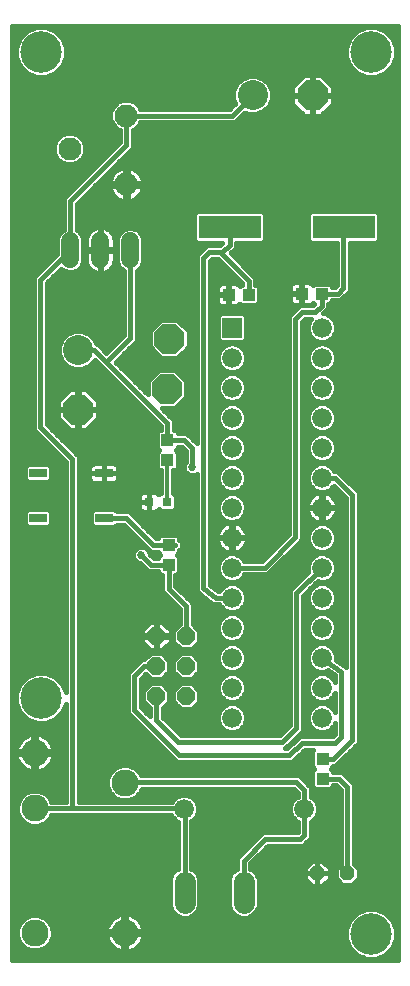
<source format=gtl>
G75*
%MOIN*%
%OFA0B0*%
%FSLAX25Y25*%
%IPPOS*%
%LPD*%
%AMOC8*
5,1,8,0,0,1.08239X$1,22.5*
%
%ADD10R,0.04331X0.03937*%
%ADD11C,0.10000*%
%ADD12OC8,0.10000*%
%ADD13C,0.07050*%
%ADD14C,0.07677*%
%ADD15R,0.03150X0.03150*%
%ADD16OC8,0.04800*%
%ADD17R,0.21000X0.07600*%
%ADD18R,0.06000X0.03000*%
%ADD19C,0.09000*%
%ADD20R,0.06600X0.06600*%
%ADD21C,0.06600*%
%ADD22OC8,0.06000*%
%ADD23C,0.06000*%
%ADD24C,0.01600*%
%ADD25C,0.03762*%
%ADD26C,0.01200*%
%ADD27C,0.02700*%
%ADD28C,0.13843*%
D10*
X0056278Y0136055D03*
X0056278Y0142748D03*
X0055829Y0170940D03*
X0055829Y0177633D03*
X0076262Y0226102D03*
X0082955Y0226102D03*
X0100610Y0226436D03*
X0107303Y0226436D03*
X0107581Y0071449D03*
X0107581Y0064756D03*
D11*
X0026049Y0207746D03*
X0084216Y0292617D03*
D12*
X0104216Y0292617D03*
X0056475Y0211385D03*
X0055711Y0194622D03*
X0026049Y0187746D03*
D13*
X0061603Y0030407D02*
X0061603Y0023357D01*
X0081288Y0023357D02*
X0081288Y0030407D01*
D14*
X0042107Y0262981D03*
X0042107Y0285816D03*
X0023209Y0274792D03*
D15*
X0049774Y0157107D03*
X0055679Y0157107D03*
D16*
X0105755Y0033214D03*
X0115755Y0033214D03*
D17*
X0114540Y0248653D03*
X0076540Y0248653D03*
D18*
X0034611Y0166658D03*
X0034611Y0151658D03*
X0012611Y0151658D03*
X0012611Y0166658D03*
D19*
X0011682Y0073417D03*
X0011682Y0054917D03*
X0011682Y0013417D03*
X0041682Y0013417D03*
X0041682Y0063417D03*
D20*
X0077272Y0215150D03*
D21*
X0077272Y0205150D03*
X0077272Y0195150D03*
X0077272Y0185150D03*
X0077272Y0175150D03*
X0077272Y0165150D03*
X0077272Y0155150D03*
X0077272Y0145150D03*
X0077272Y0135150D03*
X0077272Y0125150D03*
X0077272Y0115150D03*
X0077272Y0105150D03*
X0077272Y0095150D03*
X0077272Y0085150D03*
X0061459Y0054661D03*
X0101459Y0054661D03*
X0107272Y0085150D03*
X0107272Y0095150D03*
X0107272Y0105150D03*
X0107272Y0115150D03*
X0107272Y0125150D03*
X0107272Y0135150D03*
X0107272Y0145150D03*
X0107272Y0155150D03*
X0107272Y0165150D03*
X0107272Y0175150D03*
X0107272Y0185150D03*
X0107272Y0195150D03*
X0107272Y0205150D03*
X0107272Y0215150D03*
D22*
X0062128Y0112323D03*
X0062128Y0102323D03*
X0062128Y0092323D03*
X0052128Y0092323D03*
X0052128Y0102323D03*
X0052128Y0112323D03*
D23*
X0043463Y0237975D02*
X0043463Y0243975D01*
X0033463Y0243975D02*
X0033463Y0237975D01*
X0023463Y0237975D02*
X0023463Y0243975D01*
D24*
X0004100Y0315668D02*
X0004100Y0004300D01*
X0132820Y0004300D01*
X0132820Y0315668D01*
X0004100Y0315668D01*
X0004100Y0315308D02*
X0132820Y0315308D01*
X0132820Y0313710D02*
X0128816Y0313710D01*
X0128501Y0314024D02*
X0130842Y0311683D01*
X0132109Y0308625D01*
X0132109Y0305314D01*
X0130842Y0302256D01*
X0128501Y0299915D01*
X0125443Y0298648D01*
X0122133Y0298648D01*
X0119074Y0299915D01*
X0116733Y0302256D01*
X0115467Y0305314D01*
X0115467Y0308625D01*
X0116733Y0311683D01*
X0119074Y0314024D01*
X0122133Y0315291D01*
X0125443Y0315291D01*
X0128501Y0314024D01*
X0130414Y0312111D02*
X0132820Y0312111D01*
X0132820Y0310513D02*
X0131327Y0310513D01*
X0131989Y0308914D02*
X0132820Y0308914D01*
X0132820Y0307316D02*
X0132109Y0307316D01*
X0132109Y0305717D02*
X0132820Y0305717D01*
X0132820Y0304119D02*
X0131614Y0304119D01*
X0130952Y0302520D02*
X0132820Y0302520D01*
X0132820Y0300922D02*
X0129508Y0300922D01*
X0127072Y0299323D02*
X0132820Y0299323D01*
X0132820Y0297724D02*
X0108726Y0297724D01*
X0110324Y0296126D02*
X0132820Y0296126D01*
X0132820Y0294527D02*
X0111016Y0294527D01*
X0111016Y0295434D02*
X0107033Y0299417D01*
X0104416Y0299417D01*
X0104416Y0292817D01*
X0111016Y0292817D01*
X0111016Y0295434D01*
X0111016Y0292929D02*
X0132820Y0292929D01*
X0132820Y0291330D02*
X0111016Y0291330D01*
X0111016Y0292417D02*
X0104416Y0292417D01*
X0104416Y0285817D01*
X0107033Y0285817D01*
X0111016Y0289801D01*
X0111016Y0292417D01*
X0110948Y0289732D02*
X0132820Y0289732D01*
X0132820Y0288133D02*
X0109349Y0288133D01*
X0107751Y0286535D02*
X0132820Y0286535D01*
X0132820Y0284936D02*
X0079647Y0284936D01*
X0078326Y0283616D02*
X0081518Y0286808D01*
X0082943Y0286217D01*
X0085489Y0286217D01*
X0087841Y0287192D01*
X0089642Y0288992D01*
X0090616Y0291344D01*
X0090616Y0293890D01*
X0089642Y0296243D01*
X0087841Y0298043D01*
X0085489Y0299017D01*
X0082943Y0299017D01*
X0080591Y0298043D01*
X0078791Y0296243D01*
X0077816Y0293890D01*
X0077816Y0291344D01*
X0078407Y0289919D01*
X0076503Y0288016D01*
X0046866Y0288016D01*
X0046548Y0288783D01*
X0045074Y0290257D01*
X0043149Y0291054D01*
X0041065Y0291054D01*
X0039140Y0290257D01*
X0037666Y0288783D01*
X0036868Y0286858D01*
X0036868Y0284774D01*
X0037666Y0282848D01*
X0039140Y0281375D01*
X0039929Y0281047D01*
X0039929Y0276884D01*
X0021263Y0258218D01*
X0021263Y0247826D01*
X0020971Y0247705D01*
X0019733Y0246467D01*
X0019063Y0244850D01*
X0019063Y0239686D01*
X0012554Y0233177D01*
X0011266Y0231888D01*
X0011266Y0181071D01*
X0021931Y0170405D01*
X0021931Y0093769D01*
X0020853Y0096371D01*
X0018512Y0098712D01*
X0015454Y0099979D01*
X0012144Y0099979D01*
X0009085Y0098712D01*
X0006744Y0096371D01*
X0005478Y0093313D01*
X0005478Y0090002D01*
X0006744Y0086944D01*
X0009085Y0084603D01*
X0012144Y0083336D01*
X0015454Y0083336D01*
X0018512Y0084603D01*
X0020853Y0086944D01*
X0021931Y0089546D01*
X0021931Y0057117D01*
X0017157Y0057117D01*
X0016684Y0058259D01*
X0015024Y0059919D01*
X0012855Y0060817D01*
X0010508Y0060817D01*
X0008340Y0059919D01*
X0006680Y0058259D01*
X0005782Y0056091D01*
X0005782Y0053744D01*
X0006680Y0051575D01*
X0008340Y0049915D01*
X0010508Y0049017D01*
X0012855Y0049017D01*
X0015024Y0049915D01*
X0016684Y0051575D01*
X0017157Y0052717D01*
X0057177Y0052717D01*
X0057474Y0051999D01*
X0058796Y0050677D01*
X0059403Y0050426D01*
X0059403Y0034826D01*
X0058813Y0034582D01*
X0057428Y0033197D01*
X0056678Y0031386D01*
X0056678Y0022377D01*
X0057428Y0020567D01*
X0058813Y0019182D01*
X0060623Y0018432D01*
X0062583Y0018432D01*
X0064393Y0019182D01*
X0065778Y0020567D01*
X0066528Y0022377D01*
X0066528Y0031386D01*
X0065778Y0033197D01*
X0064393Y0034582D01*
X0063803Y0034826D01*
X0063803Y0050545D01*
X0064121Y0050677D01*
X0065443Y0051999D01*
X0066159Y0053726D01*
X0066159Y0055596D01*
X0065443Y0057324D01*
X0064121Y0058646D01*
X0062394Y0059361D01*
X0060524Y0059361D01*
X0058796Y0058646D01*
X0057474Y0057324D01*
X0057389Y0057117D01*
X0026331Y0057117D01*
X0026331Y0172228D01*
X0025042Y0173516D01*
X0015665Y0182893D01*
X0015665Y0230066D01*
X0020408Y0234808D01*
X0020971Y0234245D01*
X0022588Y0233575D01*
X0024339Y0233575D01*
X0025956Y0234245D01*
X0027194Y0235483D01*
X0027863Y0237100D01*
X0027863Y0244850D01*
X0027194Y0246467D01*
X0025956Y0247705D01*
X0025663Y0247826D01*
X0025663Y0256395D01*
X0044329Y0275061D01*
X0044329Y0281066D01*
X0045074Y0281375D01*
X0046548Y0282848D01*
X0046866Y0283616D01*
X0078326Y0283616D01*
X0077415Y0285816D02*
X0084216Y0292617D01*
X0086256Y0286535D02*
X0100682Y0286535D01*
X0101400Y0285817D02*
X0104016Y0285817D01*
X0104016Y0292417D01*
X0104416Y0292417D01*
X0104416Y0292817D01*
X0104016Y0292817D01*
X0104016Y0292417D01*
X0097416Y0292417D01*
X0097416Y0289801D01*
X0101400Y0285817D01*
X0104016Y0286535D02*
X0104416Y0286535D01*
X0104416Y0288133D02*
X0104016Y0288133D01*
X0104016Y0289732D02*
X0104416Y0289732D01*
X0104416Y0291330D02*
X0104016Y0291330D01*
X0104016Y0292817D02*
X0097416Y0292817D01*
X0097416Y0295434D01*
X0101400Y0299417D01*
X0104016Y0299417D01*
X0104016Y0292817D01*
X0104016Y0292929D02*
X0104416Y0292929D01*
X0104416Y0294527D02*
X0104016Y0294527D01*
X0104016Y0296126D02*
X0104416Y0296126D01*
X0104416Y0297724D02*
X0104016Y0297724D01*
X0104016Y0299323D02*
X0104416Y0299323D01*
X0107127Y0299323D02*
X0120503Y0299323D01*
X0118068Y0300922D02*
X0019519Y0300922D01*
X0018512Y0299915D02*
X0020853Y0302256D01*
X0022120Y0305314D01*
X0022120Y0308625D01*
X0020853Y0311683D01*
X0018512Y0314024D01*
X0015454Y0315291D01*
X0012144Y0315291D01*
X0009085Y0314024D01*
X0006744Y0311683D01*
X0005478Y0308625D01*
X0005478Y0305314D01*
X0006744Y0302256D01*
X0009085Y0299915D01*
X0012144Y0298648D01*
X0015454Y0298648D01*
X0018512Y0299915D01*
X0017083Y0299323D02*
X0101305Y0299323D01*
X0099707Y0297724D02*
X0088160Y0297724D01*
X0089690Y0296126D02*
X0098108Y0296126D01*
X0097416Y0294527D02*
X0090352Y0294527D01*
X0090616Y0292929D02*
X0097416Y0292929D01*
X0097416Y0291330D02*
X0090610Y0291330D01*
X0089948Y0289732D02*
X0097485Y0289732D01*
X0099083Y0288133D02*
X0088783Y0288133D01*
X0082176Y0286535D02*
X0081245Y0286535D01*
X0078220Y0289732D02*
X0045599Y0289732D01*
X0046817Y0288133D02*
X0076621Y0288133D01*
X0077415Y0285816D02*
X0042107Y0285816D01*
X0042129Y0285793D01*
X0042129Y0275973D01*
X0023463Y0257307D01*
X0023463Y0240975D01*
X0013466Y0230977D01*
X0013466Y0181982D01*
X0024131Y0171316D01*
X0024131Y0054917D01*
X0061203Y0054917D01*
X0061459Y0054661D01*
X0061603Y0054517D01*
X0061603Y0026882D01*
X0058202Y0033970D02*
X0004100Y0033970D01*
X0004100Y0032372D02*
X0057086Y0032372D01*
X0056678Y0030773D02*
X0004100Y0030773D01*
X0004100Y0029175D02*
X0056678Y0029175D01*
X0056678Y0027576D02*
X0004100Y0027576D01*
X0004100Y0025978D02*
X0056678Y0025978D01*
X0056678Y0024379D02*
X0004100Y0024379D01*
X0004100Y0022781D02*
X0056678Y0022781D01*
X0057173Y0021182D02*
X0004100Y0021182D01*
X0004100Y0019584D02*
X0040342Y0019584D01*
X0040207Y0019562D02*
X0039264Y0019256D01*
X0038380Y0018805D01*
X0037578Y0018223D01*
X0036877Y0017521D01*
X0036294Y0016719D01*
X0035843Y0015836D01*
X0035537Y0014892D01*
X0035382Y0013913D01*
X0035382Y0013897D01*
X0041202Y0013897D01*
X0041202Y0012938D01*
X0035382Y0012938D01*
X0035382Y0012921D01*
X0035537Y0011942D01*
X0035843Y0010999D01*
X0036294Y0010115D01*
X0036877Y0009313D01*
X0037578Y0008612D01*
X0038380Y0008029D01*
X0039264Y0007579D01*
X0040207Y0007272D01*
X0041186Y0007117D01*
X0041202Y0007117D01*
X0041202Y0012938D01*
X0042161Y0012938D01*
X0042161Y0007117D01*
X0042178Y0007117D01*
X0043157Y0007272D01*
X0044100Y0007579D01*
X0044984Y0008029D01*
X0045786Y0008612D01*
X0046487Y0009313D01*
X0047070Y0010115D01*
X0047520Y0010999D01*
X0047827Y0011942D01*
X0047982Y0012921D01*
X0047982Y0012938D01*
X0042161Y0012938D01*
X0042161Y0013897D01*
X0041202Y0013897D01*
X0041202Y0019717D01*
X0041186Y0019717D01*
X0040207Y0019562D01*
X0041202Y0019584D02*
X0042161Y0019584D01*
X0042161Y0019717D02*
X0042161Y0013897D01*
X0047982Y0013897D01*
X0047982Y0013913D01*
X0047827Y0014892D01*
X0047520Y0015836D01*
X0047070Y0016719D01*
X0046487Y0017521D01*
X0045786Y0018223D01*
X0044984Y0018805D01*
X0044100Y0019256D01*
X0043157Y0019562D01*
X0042178Y0019717D01*
X0042161Y0019717D01*
X0043022Y0019584D02*
X0058411Y0019584D01*
X0064795Y0019584D02*
X0078096Y0019584D01*
X0078498Y0019182D02*
X0080309Y0018432D01*
X0082268Y0018432D01*
X0084078Y0019182D01*
X0085463Y0020567D01*
X0086213Y0022377D01*
X0086213Y0031386D01*
X0085463Y0033197D01*
X0084078Y0034582D01*
X0083488Y0034826D01*
X0083488Y0036581D01*
X0089369Y0042462D01*
X0101035Y0042462D01*
X0102323Y0043751D01*
X0103659Y0045086D01*
X0103659Y0050485D01*
X0104121Y0050677D01*
X0105443Y0051999D01*
X0106159Y0053726D01*
X0106159Y0055596D01*
X0105443Y0057324D01*
X0104121Y0058646D01*
X0103659Y0058837D01*
X0103659Y0061903D01*
X0102370Y0063192D01*
X0102370Y0063192D01*
X0100990Y0064572D01*
X0099702Y0065860D01*
X0047056Y0065860D01*
X0046684Y0066759D01*
X0045024Y0068419D01*
X0042855Y0069317D01*
X0040508Y0069317D01*
X0038340Y0068419D01*
X0036680Y0066759D01*
X0035782Y0064591D01*
X0035782Y0062244D01*
X0036680Y0060075D01*
X0038340Y0058415D01*
X0040508Y0057517D01*
X0042855Y0057517D01*
X0045024Y0058415D01*
X0046684Y0060075D01*
X0047257Y0061460D01*
X0097879Y0061460D01*
X0099259Y0060081D01*
X0099259Y0058837D01*
X0098796Y0058646D01*
X0097474Y0057324D01*
X0096759Y0055596D01*
X0096759Y0053726D01*
X0097474Y0051999D01*
X0098796Y0050677D01*
X0099259Y0050485D01*
X0099259Y0046909D01*
X0099212Y0046862D01*
X0087547Y0046862D01*
X0086258Y0045574D01*
X0086258Y0045574D01*
X0079088Y0038404D01*
X0079088Y0034826D01*
X0078498Y0034582D01*
X0077113Y0033197D01*
X0076363Y0031386D01*
X0076363Y0022377D01*
X0077113Y0020567D01*
X0078498Y0019182D01*
X0076858Y0021182D02*
X0066033Y0021182D01*
X0066528Y0022781D02*
X0076363Y0022781D01*
X0076363Y0024379D02*
X0066528Y0024379D01*
X0066528Y0025978D02*
X0076363Y0025978D01*
X0076363Y0027576D02*
X0066528Y0027576D01*
X0066528Y0029175D02*
X0076363Y0029175D01*
X0076363Y0030773D02*
X0066528Y0030773D01*
X0066120Y0032372D02*
X0076771Y0032372D01*
X0077887Y0033970D02*
X0065005Y0033970D01*
X0063803Y0035569D02*
X0079088Y0035569D01*
X0079088Y0037167D02*
X0063803Y0037167D01*
X0063803Y0038766D02*
X0079450Y0038766D01*
X0081288Y0037492D02*
X0088458Y0044662D01*
X0100123Y0044662D01*
X0101459Y0045998D01*
X0101459Y0054661D01*
X0101459Y0060992D01*
X0098790Y0063660D01*
X0041925Y0063660D01*
X0041682Y0063417D01*
X0043895Y0057948D02*
X0058098Y0057948D01*
X0057919Y0051554D02*
X0016662Y0051554D01*
X0015064Y0049955D02*
X0059403Y0049955D01*
X0059403Y0048357D02*
X0004100Y0048357D01*
X0004100Y0049955D02*
X0008300Y0049955D01*
X0006701Y0051554D02*
X0004100Y0051554D01*
X0004100Y0053152D02*
X0006027Y0053152D01*
X0005782Y0054751D02*
X0004100Y0054751D01*
X0004100Y0056349D02*
X0005889Y0056349D01*
X0006551Y0057948D02*
X0004100Y0057948D01*
X0004100Y0059546D02*
X0007967Y0059546D01*
X0010207Y0067272D02*
X0009264Y0067579D01*
X0008380Y0068029D01*
X0007578Y0068612D01*
X0006877Y0069313D01*
X0006294Y0070115D01*
X0005843Y0070999D01*
X0005537Y0071942D01*
X0005382Y0072921D01*
X0005382Y0072938D01*
X0011202Y0072938D01*
X0011202Y0073897D01*
X0005382Y0073897D01*
X0005382Y0073913D01*
X0005537Y0074892D01*
X0005843Y0075836D01*
X0006294Y0076719D01*
X0006877Y0077521D01*
X0007578Y0078223D01*
X0008380Y0078805D01*
X0009264Y0079256D01*
X0010207Y0079562D01*
X0011186Y0079717D01*
X0011202Y0079717D01*
X0011202Y0073897D01*
X0012161Y0073897D01*
X0012161Y0079717D01*
X0012178Y0079717D01*
X0013157Y0079562D01*
X0014100Y0079256D01*
X0014984Y0078805D01*
X0015786Y0078223D01*
X0016487Y0077521D01*
X0017070Y0076719D01*
X0017520Y0075836D01*
X0017827Y0074892D01*
X0017982Y0073913D01*
X0017982Y0073897D01*
X0012161Y0073897D01*
X0012161Y0072938D01*
X0012161Y0067117D01*
X0012178Y0067117D01*
X0013157Y0067272D01*
X0014100Y0067579D01*
X0014984Y0068029D01*
X0015786Y0068612D01*
X0016487Y0069313D01*
X0017070Y0070115D01*
X0017520Y0070999D01*
X0017827Y0071942D01*
X0017982Y0072921D01*
X0017982Y0072938D01*
X0012161Y0072938D01*
X0011202Y0072938D01*
X0011202Y0067117D01*
X0011186Y0067117D01*
X0010207Y0067272D01*
X0009386Y0067539D02*
X0004100Y0067539D01*
X0004100Y0069137D02*
X0007052Y0069137D01*
X0005977Y0070736D02*
X0004100Y0070736D01*
X0004100Y0072334D02*
X0005475Y0072334D01*
X0005385Y0073933D02*
X0004100Y0073933D01*
X0004100Y0075531D02*
X0005745Y0075531D01*
X0006592Y0077130D02*
X0004100Y0077130D01*
X0004100Y0078728D02*
X0008274Y0078728D01*
X0011202Y0078728D02*
X0012161Y0078728D01*
X0012161Y0077130D02*
X0011202Y0077130D01*
X0011202Y0075531D02*
X0012161Y0075531D01*
X0012161Y0073933D02*
X0011202Y0073933D01*
X0011202Y0072334D02*
X0012161Y0072334D01*
X0012161Y0070736D02*
X0011202Y0070736D01*
X0011202Y0069137D02*
X0012161Y0069137D01*
X0012161Y0067539D02*
X0011202Y0067539D01*
X0013977Y0067539D02*
X0021931Y0067539D01*
X0021931Y0069137D02*
X0016312Y0069137D01*
X0017386Y0070736D02*
X0021931Y0070736D01*
X0021931Y0072334D02*
X0017889Y0072334D01*
X0017979Y0073933D02*
X0021931Y0073933D01*
X0021931Y0075531D02*
X0017619Y0075531D01*
X0016772Y0077130D02*
X0021931Y0077130D01*
X0021931Y0078728D02*
X0015090Y0078728D01*
X0015907Y0083524D02*
X0021931Y0083524D01*
X0021931Y0085122D02*
X0019032Y0085122D01*
X0020630Y0086721D02*
X0021931Y0086721D01*
X0021931Y0088320D02*
X0021423Y0088320D01*
X0021540Y0094714D02*
X0021931Y0094714D01*
X0021931Y0096312D02*
X0020878Y0096312D01*
X0021931Y0097911D02*
X0019314Y0097911D01*
X0021931Y0099509D02*
X0016588Y0099509D01*
X0021931Y0101108D02*
X0004100Y0101108D01*
X0004100Y0102706D02*
X0021931Y0102706D01*
X0021931Y0104305D02*
X0004100Y0104305D01*
X0004100Y0105903D02*
X0021931Y0105903D01*
X0021931Y0107502D02*
X0004100Y0107502D01*
X0004100Y0109100D02*
X0021931Y0109100D01*
X0021931Y0110699D02*
X0004100Y0110699D01*
X0004100Y0112297D02*
X0021931Y0112297D01*
X0021931Y0113896D02*
X0004100Y0113896D01*
X0004100Y0115494D02*
X0021931Y0115494D01*
X0021931Y0117093D02*
X0004100Y0117093D01*
X0004100Y0118691D02*
X0021931Y0118691D01*
X0021931Y0120290D02*
X0004100Y0120290D01*
X0004100Y0121888D02*
X0021931Y0121888D01*
X0021931Y0123487D02*
X0004100Y0123487D01*
X0004100Y0125085D02*
X0021931Y0125085D01*
X0021931Y0126684D02*
X0004100Y0126684D01*
X0004100Y0128282D02*
X0021931Y0128282D01*
X0021931Y0129881D02*
X0004100Y0129881D01*
X0004100Y0131479D02*
X0021931Y0131479D01*
X0021931Y0133078D02*
X0004100Y0133078D01*
X0004100Y0134676D02*
X0021931Y0134676D01*
X0021931Y0136275D02*
X0004100Y0136275D01*
X0004100Y0137873D02*
X0021931Y0137873D01*
X0021931Y0139472D02*
X0004100Y0139472D01*
X0004100Y0141070D02*
X0021931Y0141070D01*
X0021931Y0142669D02*
X0004100Y0142669D01*
X0004100Y0144267D02*
X0021931Y0144267D01*
X0021931Y0145866D02*
X0004100Y0145866D01*
X0004100Y0147464D02*
X0021931Y0147464D01*
X0021931Y0149063D02*
X0016496Y0149063D01*
X0016191Y0148758D02*
X0017011Y0149578D01*
X0017011Y0153738D01*
X0016191Y0154558D01*
X0009031Y0154558D01*
X0008211Y0153738D01*
X0008211Y0149578D01*
X0009031Y0148758D01*
X0016191Y0148758D01*
X0017011Y0150661D02*
X0021931Y0150661D01*
X0021931Y0152260D02*
X0017011Y0152260D01*
X0016890Y0153858D02*
X0021931Y0153858D01*
X0021931Y0155457D02*
X0004100Y0155457D01*
X0004100Y0157055D02*
X0021931Y0157055D01*
X0021931Y0158654D02*
X0004100Y0158654D01*
X0004100Y0160253D02*
X0021931Y0160253D01*
X0021931Y0161851D02*
X0004100Y0161851D01*
X0004100Y0163450D02*
X0021931Y0163450D01*
X0021931Y0165048D02*
X0017011Y0165048D01*
X0017011Y0164578D02*
X0017011Y0168738D01*
X0016191Y0169558D01*
X0009031Y0169558D01*
X0008211Y0168738D01*
X0008211Y0164578D01*
X0009031Y0163758D01*
X0016191Y0163758D01*
X0017011Y0164578D01*
X0017011Y0166647D02*
X0021931Y0166647D01*
X0021931Y0168245D02*
X0017011Y0168245D01*
X0019296Y0173041D02*
X0004100Y0173041D01*
X0004100Y0174639D02*
X0017697Y0174639D01*
X0016098Y0176238D02*
X0004100Y0176238D01*
X0004100Y0177836D02*
X0014500Y0177836D01*
X0012901Y0179435D02*
X0004100Y0179435D01*
X0004100Y0181033D02*
X0011303Y0181033D01*
X0011266Y0182632D02*
X0004100Y0182632D01*
X0004100Y0184230D02*
X0011266Y0184230D01*
X0011266Y0185829D02*
X0004100Y0185829D01*
X0004100Y0187427D02*
X0011266Y0187427D01*
X0011266Y0189026D02*
X0004100Y0189026D01*
X0004100Y0190624D02*
X0011266Y0190624D01*
X0011266Y0192223D02*
X0004100Y0192223D01*
X0004100Y0193821D02*
X0011266Y0193821D01*
X0011266Y0195420D02*
X0004100Y0195420D01*
X0004100Y0197018D02*
X0011266Y0197018D01*
X0011266Y0198617D02*
X0004100Y0198617D01*
X0004100Y0200215D02*
X0011266Y0200215D01*
X0011266Y0201814D02*
X0004100Y0201814D01*
X0004100Y0203412D02*
X0011266Y0203412D01*
X0011266Y0205011D02*
X0004100Y0205011D01*
X0004100Y0206609D02*
X0011266Y0206609D01*
X0011266Y0208208D02*
X0004100Y0208208D01*
X0004100Y0209806D02*
X0011266Y0209806D01*
X0011266Y0211405D02*
X0004100Y0211405D01*
X0004100Y0213003D02*
X0011266Y0213003D01*
X0011266Y0214602D02*
X0004100Y0214602D01*
X0004100Y0216200D02*
X0011266Y0216200D01*
X0011266Y0217799D02*
X0004100Y0217799D01*
X0004100Y0219397D02*
X0011266Y0219397D01*
X0011266Y0220996D02*
X0004100Y0220996D01*
X0004100Y0222594D02*
X0011266Y0222594D01*
X0011266Y0224193D02*
X0004100Y0224193D01*
X0004100Y0225791D02*
X0011266Y0225791D01*
X0011266Y0227390D02*
X0004100Y0227390D01*
X0004100Y0228989D02*
X0011266Y0228989D01*
X0011266Y0230587D02*
X0004100Y0230587D01*
X0004100Y0232186D02*
X0011563Y0232186D01*
X0013161Y0233784D02*
X0004100Y0233784D01*
X0004100Y0235383D02*
X0014760Y0235383D01*
X0016358Y0236981D02*
X0004100Y0236981D01*
X0004100Y0238580D02*
X0017957Y0238580D01*
X0019063Y0240178D02*
X0004100Y0240178D01*
X0004100Y0241777D02*
X0019063Y0241777D01*
X0019063Y0243375D02*
X0004100Y0243375D01*
X0004100Y0244974D02*
X0019115Y0244974D01*
X0019838Y0246572D02*
X0004100Y0246572D01*
X0004100Y0248171D02*
X0021263Y0248171D01*
X0021263Y0249769D02*
X0004100Y0249769D01*
X0004100Y0251368D02*
X0021263Y0251368D01*
X0021263Y0252966D02*
X0004100Y0252966D01*
X0004100Y0254565D02*
X0021263Y0254565D01*
X0021263Y0256163D02*
X0004100Y0256163D01*
X0004100Y0257762D02*
X0021263Y0257762D01*
X0022406Y0259360D02*
X0004100Y0259360D01*
X0004100Y0260959D02*
X0024004Y0260959D01*
X0025603Y0262557D02*
X0004100Y0262557D01*
X0004100Y0264156D02*
X0027201Y0264156D01*
X0024251Y0269553D02*
X0026177Y0270351D01*
X0027650Y0271825D01*
X0028448Y0273750D01*
X0028448Y0275834D01*
X0027650Y0277759D01*
X0026177Y0279233D01*
X0024251Y0280031D01*
X0022167Y0280031D01*
X0020242Y0279233D01*
X0018768Y0277759D01*
X0017971Y0275834D01*
X0017971Y0273750D01*
X0018768Y0271825D01*
X0020242Y0270351D01*
X0022167Y0269553D01*
X0024251Y0269553D01*
X0026376Y0270550D02*
X0033595Y0270550D01*
X0031997Y0268951D02*
X0004100Y0268951D01*
X0004100Y0267353D02*
X0030398Y0267353D01*
X0028800Y0265754D02*
X0004100Y0265754D01*
X0004100Y0270550D02*
X0020043Y0270550D01*
X0018634Y0272148D02*
X0004100Y0272148D01*
X0004100Y0273747D02*
X0017972Y0273747D01*
X0017971Y0275345D02*
X0004100Y0275345D01*
X0004100Y0276944D02*
X0018430Y0276944D01*
X0019551Y0278542D02*
X0004100Y0278542D01*
X0004100Y0280141D02*
X0039929Y0280141D01*
X0039929Y0278542D02*
X0026867Y0278542D01*
X0027988Y0276944D02*
X0039929Y0276944D01*
X0038391Y0275345D02*
X0028448Y0275345D01*
X0028447Y0273747D02*
X0036792Y0273747D01*
X0035194Y0272148D02*
X0027784Y0272148D01*
X0031825Y0262557D02*
X0041627Y0262557D01*
X0041627Y0262501D02*
X0036474Y0262501D01*
X0036607Y0261661D01*
X0036881Y0260816D01*
X0037284Y0260026D01*
X0037806Y0259308D01*
X0038434Y0258680D01*
X0039152Y0258158D01*
X0039943Y0257755D01*
X0040787Y0257481D01*
X0041627Y0257348D01*
X0041627Y0262501D01*
X0041627Y0263460D01*
X0036474Y0263460D01*
X0036607Y0264301D01*
X0036881Y0265145D01*
X0037284Y0265936D01*
X0037806Y0266654D01*
X0038434Y0267282D01*
X0039152Y0267803D01*
X0039943Y0268206D01*
X0040787Y0268481D01*
X0041627Y0268614D01*
X0041627Y0263461D01*
X0042587Y0263461D01*
X0042587Y0268614D01*
X0043427Y0268481D01*
X0044271Y0268206D01*
X0045062Y0267803D01*
X0045780Y0267282D01*
X0046408Y0266654D01*
X0046930Y0265936D01*
X0047332Y0265145D01*
X0047607Y0264301D01*
X0047740Y0263460D01*
X0042587Y0263460D01*
X0042587Y0262501D01*
X0047740Y0262501D01*
X0047607Y0261661D01*
X0047332Y0260816D01*
X0046930Y0260026D01*
X0046408Y0259308D01*
X0045780Y0258680D01*
X0045062Y0258158D01*
X0044271Y0257755D01*
X0043427Y0257481D01*
X0042587Y0257348D01*
X0042587Y0262501D01*
X0041627Y0262501D01*
X0042587Y0262557D02*
X0132820Y0262557D01*
X0132820Y0260959D02*
X0047379Y0260959D01*
X0046446Y0259360D02*
X0132820Y0259360D01*
X0132820Y0257762D02*
X0044284Y0257762D01*
X0042587Y0257762D02*
X0041627Y0257762D01*
X0041627Y0259360D02*
X0042587Y0259360D01*
X0042587Y0260959D02*
X0041627Y0260959D01*
X0041627Y0264156D02*
X0042587Y0264156D01*
X0042587Y0265754D02*
X0041627Y0265754D01*
X0041627Y0267353D02*
X0042587Y0267353D01*
X0041416Y0272148D02*
X0132820Y0272148D01*
X0132820Y0270550D02*
X0039818Y0270550D01*
X0038531Y0267353D02*
X0036621Y0267353D01*
X0037192Y0265754D02*
X0035022Y0265754D01*
X0036584Y0264156D02*
X0033424Y0264156D01*
X0030227Y0260959D02*
X0036835Y0260959D01*
X0037768Y0259360D02*
X0028628Y0259360D01*
X0027030Y0257762D02*
X0039930Y0257762D01*
X0042588Y0248375D02*
X0040971Y0247705D01*
X0039733Y0246467D01*
X0039063Y0244850D01*
X0039063Y0237100D01*
X0039733Y0235483D01*
X0040971Y0234245D01*
X0041263Y0234124D01*
X0041263Y0212558D01*
X0035463Y0206758D01*
X0033564Y0208657D01*
X0032275Y0209946D01*
X0032065Y0209946D01*
X0031475Y0211371D01*
X0029675Y0213171D01*
X0027322Y0214146D01*
X0024776Y0214146D01*
X0022424Y0213171D01*
X0020624Y0211371D01*
X0019649Y0209019D01*
X0019649Y0206473D01*
X0020624Y0204120D01*
X0022424Y0202320D01*
X0024776Y0201346D01*
X0027322Y0201346D01*
X0029675Y0202320D01*
X0031475Y0204120D01*
X0031593Y0204405D01*
X0034552Y0201446D01*
X0053629Y0182369D01*
X0053629Y0181001D01*
X0053084Y0181001D01*
X0052264Y0180181D01*
X0052264Y0175084D01*
X0053062Y0174286D01*
X0052264Y0173488D01*
X0052264Y0168391D01*
X0053084Y0167571D01*
X0053673Y0167571D01*
X0053677Y0160082D01*
X0053524Y0160082D01*
X0052950Y0159508D01*
X0052789Y0159787D01*
X0052454Y0160122D01*
X0052043Y0160359D01*
X0051585Y0160482D01*
X0049774Y0160482D01*
X0049774Y0157107D01*
X0049774Y0153732D01*
X0051585Y0153732D01*
X0052043Y0153855D01*
X0052454Y0154092D01*
X0052789Y0154427D01*
X0052950Y0154707D01*
X0053524Y0154132D01*
X0057834Y0154132D01*
X0058654Y0154953D01*
X0058654Y0159262D01*
X0057834Y0160082D01*
X0057677Y0160082D01*
X0057673Y0167571D01*
X0058574Y0167571D01*
X0059395Y0168391D01*
X0059395Y0173488D01*
X0058596Y0174286D01*
X0059395Y0175084D01*
X0059395Y0175449D01*
X0060549Y0175449D01*
X0061927Y0174071D01*
X0061927Y0170339D01*
X0061796Y0170208D01*
X0061377Y0169197D01*
X0061377Y0168103D01*
X0061796Y0167092D01*
X0062569Y0166319D01*
X0063580Y0165900D01*
X0064674Y0165900D01*
X0065593Y0166281D01*
X0065593Y0129062D01*
X0065491Y0128927D01*
X0065593Y0128171D01*
X0065593Y0127409D01*
X0065714Y0127289D01*
X0065736Y0127121D01*
X0066343Y0126660D01*
X0066882Y0126121D01*
X0067052Y0126121D01*
X0070514Y0123488D01*
X0071053Y0122950D01*
X0071223Y0122950D01*
X0071358Y0122847D01*
X0072113Y0122950D01*
X0073096Y0122950D01*
X0073288Y0122487D01*
X0074610Y0121165D01*
X0076338Y0120450D01*
X0078207Y0120450D01*
X0079935Y0121165D01*
X0081257Y0122487D01*
X0081972Y0124215D01*
X0081972Y0126084D01*
X0081257Y0127812D01*
X0079935Y0129134D01*
X0078207Y0129849D01*
X0076338Y0129849D01*
X0074610Y0129134D01*
X0073288Y0127812D01*
X0073096Y0127349D01*
X0072706Y0127349D01*
X0069993Y0129412D01*
X0069993Y0129874D01*
X0069993Y0237398D01*
X0070704Y0238109D01*
X0072548Y0238109D01*
X0080755Y0229903D01*
X0080755Y0229471D01*
X0080209Y0229471D01*
X0079885Y0229146D01*
X0079867Y0229176D01*
X0079532Y0229511D01*
X0079122Y0229748D01*
X0078664Y0229871D01*
X0076446Y0229871D01*
X0076446Y0226287D01*
X0076077Y0226287D01*
X0076077Y0225918D01*
X0072296Y0225918D01*
X0072296Y0223897D01*
X0072419Y0223439D01*
X0072656Y0223029D01*
X0072991Y0222694D01*
X0073402Y0222457D01*
X0073859Y0222334D01*
X0076077Y0222334D01*
X0076077Y0225918D01*
X0076446Y0225918D01*
X0076446Y0222334D01*
X0078664Y0222334D01*
X0079122Y0222457D01*
X0079532Y0222694D01*
X0079867Y0223029D01*
X0079885Y0223059D01*
X0080209Y0222734D01*
X0085700Y0222734D01*
X0086520Y0223554D01*
X0086520Y0228651D01*
X0085700Y0229471D01*
X0085155Y0229471D01*
X0085155Y0231725D01*
X0076904Y0239976D01*
X0078740Y0241812D01*
X0078740Y0243453D01*
X0087620Y0243453D01*
X0088440Y0244274D01*
X0088440Y0253033D01*
X0087620Y0253853D01*
X0065460Y0253853D01*
X0064640Y0253033D01*
X0064640Y0244274D01*
X0065460Y0243453D01*
X0074159Y0243453D01*
X0073215Y0242509D01*
X0068882Y0242509D01*
X0065593Y0239221D01*
X0065593Y0176628D01*
X0063661Y0178560D01*
X0062372Y0179849D01*
X0059395Y0179849D01*
X0059395Y0180181D01*
X0058574Y0181001D01*
X0058029Y0181001D01*
X0058029Y0184192D01*
X0053999Y0188222D01*
X0058362Y0188222D01*
X0062111Y0191971D01*
X0062111Y0197273D01*
X0058362Y0201022D01*
X0053060Y0201022D01*
X0049311Y0197273D01*
X0049311Y0192910D01*
X0038575Y0203646D01*
X0044375Y0209447D01*
X0045663Y0210735D01*
X0045663Y0234124D01*
X0045956Y0234245D01*
X0047194Y0235483D01*
X0047863Y0237100D01*
X0047863Y0244850D01*
X0047194Y0246467D01*
X0045956Y0247705D01*
X0044339Y0248375D01*
X0042588Y0248375D01*
X0042095Y0248171D02*
X0035802Y0248171D01*
X0035979Y0248080D02*
X0035306Y0248423D01*
X0034588Y0248657D01*
X0033841Y0248775D01*
X0033663Y0248775D01*
X0033663Y0241175D01*
X0033263Y0241175D01*
X0033263Y0240775D01*
X0028663Y0240775D01*
X0028663Y0237597D01*
X0028782Y0236851D01*
X0029015Y0236132D01*
X0029358Y0235459D01*
X0029802Y0234848D01*
X0030337Y0234314D01*
X0030948Y0233870D01*
X0031621Y0233527D01*
X0032339Y0233293D01*
X0033086Y0233175D01*
X0033263Y0233175D01*
X0033263Y0240775D01*
X0033663Y0240775D01*
X0033663Y0233175D01*
X0033841Y0233175D01*
X0034588Y0233293D01*
X0035306Y0233527D01*
X0035979Y0233870D01*
X0036590Y0234314D01*
X0037125Y0234848D01*
X0037569Y0235459D01*
X0037912Y0236132D01*
X0038145Y0236851D01*
X0038263Y0237597D01*
X0038263Y0240775D01*
X0033664Y0240775D01*
X0033664Y0241175D01*
X0038263Y0241175D01*
X0038263Y0244353D01*
X0038145Y0245099D01*
X0037912Y0245818D01*
X0037569Y0246491D01*
X0037125Y0247102D01*
X0036590Y0247636D01*
X0035979Y0248080D01*
X0037510Y0246572D02*
X0039838Y0246572D01*
X0039115Y0244974D02*
X0038165Y0244974D01*
X0038263Y0243375D02*
X0039063Y0243375D01*
X0039063Y0241777D02*
X0038263Y0241777D01*
X0038263Y0240178D02*
X0039063Y0240178D01*
X0039063Y0238580D02*
X0038263Y0238580D01*
X0038166Y0236981D02*
X0039113Y0236981D01*
X0039833Y0235383D02*
X0037513Y0235383D01*
X0035811Y0233784D02*
X0041263Y0233784D01*
X0041263Y0232186D02*
X0017785Y0232186D01*
X0016187Y0230587D02*
X0041263Y0230587D01*
X0041263Y0228989D02*
X0015665Y0228989D01*
X0015665Y0227390D02*
X0041263Y0227390D01*
X0041263Y0225791D02*
X0015665Y0225791D01*
X0015665Y0224193D02*
X0041263Y0224193D01*
X0041263Y0222594D02*
X0015665Y0222594D01*
X0015665Y0220996D02*
X0041263Y0220996D01*
X0041263Y0219397D02*
X0015665Y0219397D01*
X0015665Y0217799D02*
X0041263Y0217799D01*
X0041263Y0216200D02*
X0015665Y0216200D01*
X0015665Y0214602D02*
X0041263Y0214602D01*
X0041263Y0213003D02*
X0029843Y0213003D01*
X0031441Y0211405D02*
X0040111Y0211405D01*
X0038512Y0209806D02*
X0032415Y0209806D01*
X0034013Y0208208D02*
X0036914Y0208208D01*
X0035463Y0203646D02*
X0031364Y0207746D01*
X0026049Y0207746D01*
X0023646Y0201814D02*
X0015665Y0201814D01*
X0015665Y0203412D02*
X0021332Y0203412D01*
X0020255Y0205011D02*
X0015665Y0205011D01*
X0015665Y0206609D02*
X0019649Y0206609D01*
X0019649Y0208208D02*
X0015665Y0208208D01*
X0015665Y0209806D02*
X0019976Y0209806D01*
X0020657Y0211405D02*
X0015665Y0211405D01*
X0015665Y0213003D02*
X0022256Y0213003D01*
X0028452Y0201814D02*
X0034185Y0201814D01*
X0035463Y0203646D02*
X0055829Y0183280D01*
X0055829Y0177633D01*
X0055846Y0177649D01*
X0061461Y0177649D01*
X0064127Y0174983D01*
X0064127Y0168650D01*
X0062241Y0166647D02*
X0057674Y0166647D01*
X0057675Y0165048D02*
X0065593Y0165048D01*
X0065593Y0163450D02*
X0057676Y0163450D01*
X0057677Y0161851D02*
X0065593Y0161851D01*
X0065593Y0160253D02*
X0057677Y0160253D01*
X0058654Y0158654D02*
X0065593Y0158654D01*
X0065593Y0157055D02*
X0058654Y0157055D01*
X0058654Y0155457D02*
X0065593Y0155457D01*
X0065593Y0153858D02*
X0052049Y0153858D01*
X0049774Y0153858D02*
X0049773Y0153858D01*
X0049773Y0153732D02*
X0049773Y0157107D01*
X0046399Y0157107D01*
X0046399Y0155295D01*
X0046521Y0154838D01*
X0046758Y0154427D01*
X0047093Y0154092D01*
X0047504Y0153855D01*
X0047962Y0153732D01*
X0049773Y0153732D01*
X0049773Y0155457D02*
X0049774Y0155457D01*
X0049773Y0157055D02*
X0049774Y0157055D01*
X0049773Y0157107D02*
X0049774Y0157107D01*
X0049773Y0157107D01*
X0049773Y0157107D01*
X0046399Y0157107D01*
X0046399Y0158919D01*
X0046521Y0159377D01*
X0046758Y0159787D01*
X0047093Y0160122D01*
X0047504Y0160359D01*
X0047962Y0160482D01*
X0049773Y0160482D01*
X0049773Y0157107D01*
X0049773Y0158654D02*
X0049774Y0158654D01*
X0049773Y0160253D02*
X0049774Y0160253D01*
X0052228Y0160253D02*
X0053677Y0160253D01*
X0053677Y0161851D02*
X0026331Y0161851D01*
X0026331Y0160253D02*
X0047319Y0160253D01*
X0046399Y0158654D02*
X0026331Y0158654D01*
X0026331Y0157055D02*
X0046399Y0157055D01*
X0046399Y0155457D02*
X0026331Y0155457D01*
X0026331Y0153858D02*
X0030332Y0153858D01*
X0030211Y0153738D02*
X0030211Y0149578D01*
X0031031Y0148758D01*
X0038191Y0148758D01*
X0038891Y0149458D01*
X0041212Y0149458D01*
X0048928Y0141741D01*
X0050217Y0140452D01*
X0052713Y0140452D01*
X0052713Y0140200D01*
X0053511Y0139401D01*
X0052713Y0138603D01*
X0052713Y0138255D01*
X0051305Y0138255D01*
X0049879Y0139681D01*
X0049879Y0139867D01*
X0049460Y0140877D01*
X0048687Y0141651D01*
X0047676Y0142069D01*
X0046582Y0142069D01*
X0045571Y0141651D01*
X0044797Y0140877D01*
X0044379Y0139867D01*
X0044379Y0138772D01*
X0044797Y0137762D01*
X0045571Y0136988D01*
X0046582Y0136570D01*
X0046768Y0136570D01*
X0049482Y0133855D01*
X0052713Y0133855D01*
X0052713Y0133507D01*
X0053533Y0132687D01*
X0054078Y0132687D01*
X0054078Y0127259D01*
X0059927Y0121410D01*
X0059927Y0116345D01*
X0057728Y0114146D01*
X0057728Y0110501D01*
X0060305Y0107923D01*
X0063950Y0107923D01*
X0066528Y0110501D01*
X0066528Y0114146D01*
X0064327Y0116346D01*
X0064327Y0123232D01*
X0063039Y0124521D01*
X0058478Y0129082D01*
X0058478Y0132687D01*
X0059023Y0132687D01*
X0059843Y0133507D01*
X0059843Y0138603D01*
X0059045Y0139401D01*
X0059843Y0140200D01*
X0059843Y0140869D01*
X0060038Y0141064D01*
X0060675Y0141648D01*
X0060677Y0141703D01*
X0060716Y0141741D01*
X0060716Y0142605D01*
X0060752Y0143469D01*
X0060716Y0143509D01*
X0060716Y0143564D01*
X0060104Y0144175D01*
X0059843Y0144459D01*
X0059843Y0145296D01*
X0059023Y0146116D01*
X0053533Y0146116D01*
X0052713Y0145296D01*
X0052713Y0144852D01*
X0052040Y0144852D01*
X0043034Y0153858D01*
X0038891Y0153858D01*
X0038191Y0154558D01*
X0031031Y0154558D01*
X0030211Y0153738D01*
X0030211Y0152260D02*
X0026331Y0152260D01*
X0026331Y0150661D02*
X0030211Y0150661D01*
X0030726Y0149063D02*
X0026331Y0149063D01*
X0026331Y0147464D02*
X0043205Y0147464D01*
X0044804Y0145866D02*
X0026331Y0145866D01*
X0026331Y0144267D02*
X0046402Y0144267D01*
X0044991Y0141070D02*
X0026331Y0141070D01*
X0026331Y0139472D02*
X0044379Y0139472D01*
X0044751Y0137873D02*
X0026331Y0137873D01*
X0026331Y0136275D02*
X0047062Y0136275D01*
X0048661Y0134676D02*
X0026331Y0134676D01*
X0026331Y0133078D02*
X0053141Y0133078D01*
X0054078Y0131479D02*
X0026331Y0131479D01*
X0026331Y0129881D02*
X0054078Y0129881D01*
X0054078Y0128282D02*
X0026331Y0128282D01*
X0026331Y0126684D02*
X0054653Y0126684D01*
X0056278Y0128171D02*
X0062127Y0122321D01*
X0062127Y0112324D01*
X0062128Y0112323D01*
X0063950Y0106723D02*
X0060305Y0106723D01*
X0057728Y0104146D01*
X0057728Y0100501D01*
X0060305Y0097923D01*
X0063950Y0097923D01*
X0066528Y0100501D01*
X0066528Y0104146D01*
X0063950Y0106723D01*
X0064770Y0105903D02*
X0072572Y0105903D01*
X0072572Y0106084D02*
X0072572Y0104215D01*
X0073288Y0102487D01*
X0074610Y0101165D01*
X0076338Y0100450D01*
X0078207Y0100450D01*
X0079935Y0101165D01*
X0081257Y0102487D01*
X0081972Y0104215D01*
X0081972Y0106084D01*
X0081257Y0107812D01*
X0079935Y0109134D01*
X0078207Y0109849D01*
X0076338Y0109849D01*
X0074610Y0109134D01*
X0073288Y0107812D01*
X0072572Y0106084D01*
X0073159Y0107502D02*
X0026331Y0107502D01*
X0026331Y0109100D02*
X0048563Y0109100D01*
X0047328Y0110335D02*
X0050140Y0107523D01*
X0051928Y0107523D01*
X0051928Y0112123D01*
X0052328Y0112123D01*
X0052328Y0112523D01*
X0056928Y0112523D01*
X0056928Y0114311D01*
X0054116Y0117123D01*
X0052328Y0117123D01*
X0052328Y0112523D01*
X0051928Y0112523D01*
X0051928Y0112123D01*
X0047328Y0112123D01*
X0047328Y0110335D01*
X0047328Y0110699D02*
X0026331Y0110699D01*
X0026331Y0112297D02*
X0051928Y0112297D01*
X0051928Y0112523D02*
X0047328Y0112523D01*
X0047328Y0114311D01*
X0050140Y0117123D01*
X0051928Y0117123D01*
X0051928Y0112523D01*
X0052328Y0112297D02*
X0057728Y0112297D01*
X0056928Y0112123D02*
X0052328Y0112123D01*
X0052328Y0107523D01*
X0054116Y0107523D01*
X0056928Y0110335D01*
X0056928Y0112123D01*
X0056928Y0110699D02*
X0057728Y0110699D01*
X0059128Y0109100D02*
X0055693Y0109100D01*
X0053950Y0106723D02*
X0056528Y0104146D01*
X0056528Y0100501D01*
X0053950Y0097923D01*
X0050305Y0097923D01*
X0048573Y0099656D01*
X0046996Y0098079D01*
X0046996Y0088569D01*
X0049927Y0085638D01*
X0049928Y0088301D01*
X0047728Y0090501D01*
X0047728Y0094146D01*
X0050305Y0096723D01*
X0053950Y0096723D01*
X0056528Y0094146D01*
X0056528Y0090501D01*
X0054328Y0088300D01*
X0054327Y0085237D01*
X0060372Y0079192D01*
X0093213Y0079192D01*
X0096590Y0082570D01*
X0096590Y0127579D01*
X0097879Y0128867D01*
X0102764Y0133752D01*
X0102572Y0134215D01*
X0102572Y0136084D01*
X0103288Y0137812D01*
X0104610Y0139134D01*
X0106338Y0139849D01*
X0108207Y0139849D01*
X0109935Y0139134D01*
X0111257Y0137812D01*
X0111972Y0136084D01*
X0111972Y0134215D01*
X0111257Y0132487D01*
X0109935Y0131165D01*
X0108207Y0130450D01*
X0106338Y0130450D01*
X0105875Y0130641D01*
X0100990Y0125756D01*
X0100990Y0080747D01*
X0096324Y0076081D01*
X0095102Y0074859D01*
X0095597Y0074859D01*
X0099265Y0078246D01*
X0099879Y0078859D01*
X0099930Y0078859D01*
X0099967Y0078894D01*
X0100834Y0078859D01*
X0110878Y0078859D01*
X0111589Y0079570D01*
X0111589Y0083288D01*
X0111257Y0082487D01*
X0109935Y0081165D01*
X0108207Y0080450D01*
X0106338Y0080450D01*
X0104610Y0081165D01*
X0103288Y0082487D01*
X0102572Y0084215D01*
X0102572Y0086084D01*
X0103288Y0087812D01*
X0104610Y0089134D01*
X0106338Y0089849D01*
X0108207Y0089849D01*
X0109935Y0089134D01*
X0111257Y0087812D01*
X0111589Y0087011D01*
X0111589Y0093288D01*
X0111257Y0092487D01*
X0109935Y0091165D01*
X0108207Y0090450D01*
X0106338Y0090450D01*
X0104610Y0091165D01*
X0103288Y0092487D01*
X0102572Y0094215D01*
X0102572Y0096084D01*
X0103288Y0097812D01*
X0104610Y0099134D01*
X0106338Y0099849D01*
X0108207Y0099849D01*
X0109935Y0099134D01*
X0111257Y0097812D01*
X0111589Y0097011D01*
X0111589Y0099215D01*
X0109307Y0100905D01*
X0108207Y0100450D01*
X0106338Y0100450D01*
X0104610Y0101165D01*
X0103288Y0102487D01*
X0102572Y0104215D01*
X0102572Y0106084D01*
X0103288Y0107812D01*
X0104610Y0109134D01*
X0106338Y0109849D01*
X0108207Y0109849D01*
X0109935Y0109134D01*
X0111257Y0107812D01*
X0111972Y0106084D01*
X0111972Y0104406D01*
X0114515Y0102523D01*
X0114700Y0102523D01*
X0115229Y0101994D01*
X0115255Y0101975D01*
X0115255Y0158406D01*
X0111216Y0162446D01*
X0109935Y0161165D01*
X0108207Y0160450D01*
X0106338Y0160450D01*
X0104610Y0161165D01*
X0103288Y0162487D01*
X0102572Y0164215D01*
X0102572Y0166084D01*
X0103288Y0167812D01*
X0104610Y0169134D01*
X0106338Y0169849D01*
X0108207Y0169849D01*
X0109935Y0169134D01*
X0111257Y0167812D01*
X0111448Y0167349D01*
X0112534Y0167349D01*
X0119655Y0160229D01*
X0119655Y0076748D01*
X0118366Y0075459D01*
X0113132Y0070225D01*
X0113126Y0070133D01*
X0112497Y0069589D01*
X0111909Y0069001D01*
X0111817Y0069001D01*
X0111747Y0068941D01*
X0111146Y0068985D01*
X0111146Y0068901D01*
X0110348Y0068103D01*
X0111146Y0067305D01*
X0111146Y0066956D01*
X0113938Y0066956D01*
X0116700Y0064194D01*
X0117989Y0062905D01*
X0117989Y0055704D01*
X0117955Y0055671D01*
X0117955Y0036388D01*
X0119555Y0034788D01*
X0119555Y0031640D01*
X0117329Y0029414D01*
X0114181Y0029414D01*
X0111955Y0031640D01*
X0111955Y0034788D01*
X0113555Y0036388D01*
X0113555Y0057493D01*
X0113589Y0057526D01*
X0113589Y0061083D01*
X0112115Y0062556D01*
X0111146Y0062556D01*
X0111146Y0062208D01*
X0110326Y0061388D01*
X0104836Y0061388D01*
X0104016Y0062208D01*
X0104016Y0067305D01*
X0104814Y0068103D01*
X0104016Y0068901D01*
X0104016Y0073997D01*
X0104477Y0074459D01*
X0101650Y0074459D01*
X0097982Y0071073D01*
X0097368Y0070459D01*
X0097317Y0070459D01*
X0097280Y0070425D01*
X0096413Y0070459D01*
X0058883Y0070459D01*
X0043884Y0085458D01*
X0042596Y0086747D01*
X0042596Y0099901D01*
X0045930Y0103236D01*
X0045930Y0103236D01*
X0046563Y0103868D01*
X0047218Y0104524D01*
X0047219Y0104524D01*
X0047219Y0104524D01*
X0048106Y0104524D01*
X0050305Y0106723D01*
X0053950Y0106723D01*
X0054770Y0105903D02*
X0059485Y0105903D01*
X0057887Y0104305D02*
X0056369Y0104305D01*
X0056528Y0102706D02*
X0057728Y0102706D01*
X0057728Y0101108D02*
X0056528Y0101108D01*
X0055536Y0099509D02*
X0058719Y0099509D01*
X0060305Y0096723D02*
X0057728Y0094146D01*
X0057728Y0090501D01*
X0060305Y0087923D01*
X0063950Y0087923D01*
X0066528Y0090501D01*
X0066528Y0094146D01*
X0063950Y0096723D01*
X0060305Y0096723D01*
X0059894Y0096312D02*
X0054361Y0096312D01*
X0055960Y0094714D02*
X0058296Y0094714D01*
X0057728Y0093115D02*
X0056528Y0093115D01*
X0056528Y0091517D02*
X0057728Y0091517D01*
X0058310Y0089918D02*
X0055945Y0089918D01*
X0054347Y0088320D02*
X0059909Y0088320D01*
X0057639Y0081925D02*
X0073850Y0081925D01*
X0073288Y0082487D02*
X0074610Y0081165D01*
X0076338Y0080450D01*
X0078207Y0080450D01*
X0079935Y0081165D01*
X0081257Y0082487D01*
X0081972Y0084215D01*
X0081972Y0086084D01*
X0081257Y0087812D01*
X0079935Y0089134D01*
X0078207Y0089849D01*
X0076338Y0089849D01*
X0074610Y0089134D01*
X0073288Y0087812D01*
X0072572Y0086084D01*
X0072572Y0084215D01*
X0073288Y0082487D01*
X0072859Y0083524D02*
X0056041Y0083524D01*
X0054442Y0085122D02*
X0072572Y0085122D01*
X0072836Y0086721D02*
X0054327Y0086721D01*
X0052127Y0084326D02*
X0052128Y0092323D01*
X0049894Y0096312D02*
X0046996Y0096312D01*
X0046996Y0094714D02*
X0048296Y0094714D01*
X0047728Y0093115D02*
X0046996Y0093115D01*
X0046996Y0091517D02*
X0047728Y0091517D01*
X0048310Y0089918D02*
X0046996Y0089918D01*
X0047245Y0088320D02*
X0049909Y0088320D01*
X0049927Y0086721D02*
X0048844Y0086721D01*
X0047417Y0081925D02*
X0026331Y0081925D01*
X0026331Y0080327D02*
X0049015Y0080327D01*
X0050614Y0078728D02*
X0026331Y0078728D01*
X0026331Y0077130D02*
X0052212Y0077130D01*
X0053811Y0075531D02*
X0026331Y0075531D01*
X0026331Y0073933D02*
X0055410Y0073933D01*
X0057008Y0072334D02*
X0026331Y0072334D01*
X0026331Y0070736D02*
X0058607Y0070736D01*
X0059794Y0072659D02*
X0044796Y0087658D01*
X0044796Y0098990D01*
X0048130Y0102324D01*
X0052128Y0102323D01*
X0049485Y0105903D02*
X0026331Y0105903D01*
X0026331Y0104305D02*
X0046999Y0104305D01*
X0045400Y0102706D02*
X0026331Y0102706D01*
X0026331Y0101108D02*
X0043802Y0101108D01*
X0042596Y0099509D02*
X0026331Y0099509D01*
X0026331Y0097911D02*
X0042596Y0097911D01*
X0042596Y0096312D02*
X0026331Y0096312D01*
X0026331Y0094714D02*
X0042596Y0094714D01*
X0042596Y0093115D02*
X0026331Y0093115D01*
X0026331Y0091517D02*
X0042596Y0091517D01*
X0042596Y0089918D02*
X0026331Y0089918D01*
X0026331Y0088320D02*
X0042596Y0088320D01*
X0042621Y0086721D02*
X0026331Y0086721D01*
X0026331Y0085122D02*
X0044220Y0085122D01*
X0045818Y0083524D02*
X0026331Y0083524D01*
X0021931Y0081925D02*
X0004100Y0081925D01*
X0004100Y0080327D02*
X0021931Y0080327D01*
X0026331Y0069137D02*
X0040074Y0069137D01*
X0037460Y0067539D02*
X0026331Y0067539D01*
X0026331Y0065940D02*
X0036341Y0065940D01*
X0035782Y0064342D02*
X0026331Y0064342D01*
X0026331Y0062743D02*
X0035782Y0062743D01*
X0036237Y0061145D02*
X0026331Y0061145D01*
X0026331Y0059546D02*
X0037209Y0059546D01*
X0039469Y0057948D02*
X0026331Y0057948D01*
X0024131Y0054917D02*
X0011682Y0054917D01*
X0015397Y0059546D02*
X0021931Y0059546D01*
X0021931Y0057948D02*
X0016813Y0057948D01*
X0021931Y0061145D02*
X0004100Y0061145D01*
X0004100Y0062743D02*
X0021931Y0062743D01*
X0021931Y0064342D02*
X0004100Y0064342D01*
X0004100Y0065940D02*
X0021931Y0065940D01*
X0011691Y0083524D02*
X0004100Y0083524D01*
X0004100Y0085122D02*
X0008566Y0085122D01*
X0006967Y0086721D02*
X0004100Y0086721D01*
X0004100Y0088320D02*
X0006175Y0088320D01*
X0005512Y0089918D02*
X0004100Y0089918D01*
X0004100Y0091517D02*
X0005478Y0091517D01*
X0005478Y0093115D02*
X0004100Y0093115D01*
X0004100Y0094714D02*
X0006058Y0094714D01*
X0006720Y0096312D02*
X0004100Y0096312D01*
X0004100Y0097911D02*
X0008284Y0097911D01*
X0011009Y0099509D02*
X0004100Y0099509D01*
X0004100Y0149063D02*
X0008726Y0149063D01*
X0008211Y0150661D02*
X0004100Y0150661D01*
X0004100Y0152260D02*
X0008211Y0152260D01*
X0008332Y0153858D02*
X0004100Y0153858D01*
X0004100Y0165048D02*
X0008211Y0165048D01*
X0008211Y0166647D02*
X0004100Y0166647D01*
X0004100Y0168245D02*
X0008211Y0168245D01*
X0004100Y0169844D02*
X0021931Y0169844D01*
X0020894Y0171442D02*
X0004100Y0171442D01*
X0015927Y0182632D02*
X0021547Y0182632D01*
X0019948Y0184230D02*
X0015665Y0184230D01*
X0015665Y0185829D02*
X0019249Y0185829D01*
X0019249Y0184929D02*
X0023233Y0180946D01*
X0025849Y0180946D01*
X0025849Y0187546D01*
X0019249Y0187546D01*
X0019249Y0184929D01*
X0019249Y0187427D02*
X0015665Y0187427D01*
X0015665Y0189026D02*
X0019249Y0189026D01*
X0019249Y0187946D02*
X0025849Y0187946D01*
X0025849Y0194546D01*
X0023233Y0194546D01*
X0019249Y0190562D01*
X0019249Y0187946D01*
X0019311Y0190624D02*
X0015665Y0190624D01*
X0015665Y0192223D02*
X0020910Y0192223D01*
X0022508Y0193821D02*
X0015665Y0193821D01*
X0015665Y0195420D02*
X0040579Y0195420D01*
X0042177Y0193821D02*
X0029590Y0193821D01*
X0028866Y0194546D02*
X0026249Y0194546D01*
X0026249Y0187946D01*
X0025849Y0187946D01*
X0025849Y0187546D01*
X0026249Y0187546D01*
X0026249Y0187946D01*
X0032849Y0187946D01*
X0032849Y0190562D01*
X0028866Y0194546D01*
X0031189Y0192223D02*
X0043776Y0192223D01*
X0045374Y0190624D02*
X0032787Y0190624D01*
X0032849Y0189026D02*
X0046973Y0189026D01*
X0048571Y0187427D02*
X0032849Y0187427D01*
X0032849Y0187546D02*
X0026249Y0187546D01*
X0026249Y0180946D01*
X0028866Y0180946D01*
X0032849Y0184929D01*
X0032849Y0187546D01*
X0032849Y0185829D02*
X0050170Y0185829D01*
X0051768Y0184230D02*
X0032150Y0184230D01*
X0030552Y0182632D02*
X0053367Y0182632D01*
X0053629Y0181033D02*
X0028953Y0181033D01*
X0026249Y0181033D02*
X0025849Y0181033D01*
X0025849Y0182632D02*
X0026249Y0182632D01*
X0026249Y0184230D02*
X0025849Y0184230D01*
X0025849Y0185829D02*
X0026249Y0185829D01*
X0026249Y0187427D02*
X0025849Y0187427D01*
X0025849Y0189026D02*
X0026249Y0189026D01*
X0026249Y0190624D02*
X0025849Y0190624D01*
X0025849Y0192223D02*
X0026249Y0192223D01*
X0026249Y0193821D02*
X0025849Y0193821D01*
X0030767Y0203412D02*
X0032586Y0203412D01*
X0035463Y0203646D02*
X0043463Y0211647D01*
X0043463Y0240975D01*
X0045663Y0233784D02*
X0065593Y0233784D01*
X0065593Y0232186D02*
X0045663Y0232186D01*
X0045663Y0230587D02*
X0065593Y0230587D01*
X0065593Y0228989D02*
X0045663Y0228989D01*
X0045663Y0227390D02*
X0065593Y0227390D01*
X0065593Y0225791D02*
X0045663Y0225791D01*
X0045663Y0224193D02*
X0065593Y0224193D01*
X0065593Y0222594D02*
X0045663Y0222594D01*
X0045663Y0220996D02*
X0065593Y0220996D01*
X0065593Y0219397D02*
X0045663Y0219397D01*
X0045663Y0217799D02*
X0065593Y0217799D01*
X0065593Y0216200D02*
X0060710Y0216200D01*
X0059126Y0217785D02*
X0062875Y0214036D01*
X0062875Y0208734D01*
X0059126Y0204985D01*
X0053824Y0204985D01*
X0050075Y0208734D01*
X0050075Y0214036D01*
X0053824Y0217785D01*
X0059126Y0217785D01*
X0062309Y0214602D02*
X0065593Y0214602D01*
X0065593Y0213003D02*
X0062875Y0213003D01*
X0062875Y0211405D02*
X0065593Y0211405D01*
X0065593Y0209806D02*
X0062875Y0209806D01*
X0062348Y0208208D02*
X0065593Y0208208D01*
X0065593Y0206609D02*
X0060750Y0206609D01*
X0059151Y0205011D02*
X0065593Y0205011D01*
X0065593Y0203412D02*
X0038809Y0203412D01*
X0039939Y0205011D02*
X0053798Y0205011D01*
X0052200Y0206609D02*
X0041538Y0206609D01*
X0043136Y0208208D02*
X0050601Y0208208D01*
X0050075Y0209806D02*
X0044735Y0209806D01*
X0045663Y0211405D02*
X0050075Y0211405D01*
X0050075Y0213003D02*
X0045663Y0213003D01*
X0045663Y0214602D02*
X0050641Y0214602D01*
X0052239Y0216200D02*
X0045663Y0216200D01*
X0040407Y0201814D02*
X0065593Y0201814D01*
X0065593Y0200215D02*
X0059168Y0200215D01*
X0060767Y0198617D02*
X0065593Y0198617D01*
X0065593Y0197018D02*
X0062111Y0197018D01*
X0062111Y0195420D02*
X0065593Y0195420D01*
X0065593Y0193821D02*
X0062111Y0193821D01*
X0062111Y0192223D02*
X0065593Y0192223D01*
X0065593Y0190624D02*
X0060765Y0190624D01*
X0059166Y0189026D02*
X0065593Y0189026D01*
X0065593Y0187427D02*
X0054794Y0187427D01*
X0056392Y0185829D02*
X0065593Y0185829D01*
X0065593Y0184230D02*
X0057991Y0184230D01*
X0058029Y0182632D02*
X0065593Y0182632D01*
X0065593Y0181033D02*
X0058029Y0181033D01*
X0055829Y0177633D02*
X0055829Y0177614D01*
X0052264Y0177836D02*
X0020723Y0177836D01*
X0022321Y0176238D02*
X0052264Y0176238D01*
X0052709Y0174639D02*
X0023920Y0174639D01*
X0025518Y0173041D02*
X0052264Y0173041D01*
X0052264Y0171442D02*
X0026331Y0171442D01*
X0026331Y0169844D02*
X0030948Y0169844D01*
X0030916Y0169835D02*
X0030506Y0169598D01*
X0030171Y0169263D01*
X0029934Y0168852D01*
X0029811Y0168395D01*
X0029811Y0166658D01*
X0034611Y0166658D01*
X0034611Y0169958D01*
X0031374Y0169958D01*
X0030916Y0169835D01*
X0029811Y0168245D02*
X0026331Y0168245D01*
X0026331Y0166647D02*
X0029811Y0166647D01*
X0029811Y0166658D02*
X0029811Y0164921D01*
X0029934Y0164463D01*
X0030171Y0164052D01*
X0030506Y0163717D01*
X0030916Y0163480D01*
X0031374Y0163358D01*
X0034611Y0163358D01*
X0037848Y0163358D01*
X0038306Y0163480D01*
X0038716Y0163717D01*
X0039051Y0164052D01*
X0039288Y0164463D01*
X0039411Y0164921D01*
X0039411Y0166658D01*
X0039411Y0168395D01*
X0039288Y0168852D01*
X0039051Y0169263D01*
X0038716Y0169598D01*
X0038306Y0169835D01*
X0037848Y0169958D01*
X0034611Y0169958D01*
X0034611Y0166658D01*
X0034611Y0166658D01*
X0034611Y0166658D01*
X0039411Y0166658D01*
X0034611Y0166658D01*
X0034611Y0166658D01*
X0029811Y0166658D01*
X0029811Y0165048D02*
X0026331Y0165048D01*
X0026331Y0163450D02*
X0031031Y0163450D01*
X0034611Y0163450D02*
X0034611Y0163450D01*
X0034611Y0163358D02*
X0034611Y0166658D01*
X0034611Y0166658D01*
X0034611Y0163358D01*
X0034611Y0165048D02*
X0034611Y0165048D01*
X0034611Y0166647D02*
X0034611Y0166647D01*
X0034611Y0168245D02*
X0034611Y0168245D01*
X0034611Y0169844D02*
X0034611Y0169844D01*
X0038274Y0169844D02*
X0052264Y0169844D01*
X0052410Y0168245D02*
X0039411Y0168245D01*
X0039411Y0166647D02*
X0053674Y0166647D01*
X0053675Y0165048D02*
X0039411Y0165048D01*
X0038191Y0163450D02*
X0053676Y0163450D01*
X0059248Y0168245D02*
X0061377Y0168245D01*
X0061645Y0169844D02*
X0059395Y0169844D01*
X0059395Y0171442D02*
X0061927Y0171442D01*
X0061927Y0173041D02*
X0059395Y0173041D01*
X0058950Y0174639D02*
X0061359Y0174639D01*
X0062786Y0179435D02*
X0065593Y0179435D01*
X0065593Y0177836D02*
X0064385Y0177836D01*
X0069993Y0177836D02*
X0073312Y0177836D01*
X0073288Y0177812D02*
X0072572Y0176084D01*
X0072572Y0174215D01*
X0073288Y0172487D01*
X0074610Y0171165D01*
X0076338Y0170450D01*
X0078207Y0170450D01*
X0079935Y0171165D01*
X0081257Y0172487D01*
X0081972Y0174215D01*
X0081972Y0176084D01*
X0081257Y0177812D01*
X0079935Y0179134D01*
X0078207Y0179849D01*
X0076338Y0179849D01*
X0074610Y0179134D01*
X0073288Y0177812D01*
X0072636Y0176238D02*
X0069993Y0176238D01*
X0069993Y0174639D02*
X0072572Y0174639D01*
X0073059Y0173041D02*
X0069993Y0173041D01*
X0069993Y0171442D02*
X0074333Y0171442D01*
X0074610Y0169134D02*
X0073288Y0167812D01*
X0072572Y0166084D01*
X0072572Y0164215D01*
X0073288Y0162487D01*
X0074610Y0161165D01*
X0076338Y0160450D01*
X0078207Y0160450D01*
X0079935Y0161165D01*
X0081257Y0162487D01*
X0081972Y0164215D01*
X0081972Y0166084D01*
X0081257Y0167812D01*
X0079935Y0169134D01*
X0078207Y0169849D01*
X0076338Y0169849D01*
X0074610Y0169134D01*
X0073721Y0168245D02*
X0069993Y0168245D01*
X0069993Y0166647D02*
X0072805Y0166647D01*
X0072572Y0165048D02*
X0069993Y0165048D01*
X0069993Y0163450D02*
X0072889Y0163450D01*
X0073924Y0161851D02*
X0069993Y0161851D01*
X0069993Y0160253D02*
X0096257Y0160253D01*
X0096257Y0161851D02*
X0080621Y0161851D01*
X0081656Y0163450D02*
X0096257Y0163450D01*
X0096257Y0165048D02*
X0081972Y0165048D01*
X0081740Y0166647D02*
X0096257Y0166647D01*
X0096257Y0168245D02*
X0080824Y0168245D01*
X0078222Y0169844D02*
X0096257Y0169844D01*
X0096257Y0171442D02*
X0080212Y0171442D01*
X0081486Y0173041D02*
X0096257Y0173041D01*
X0096257Y0174639D02*
X0081972Y0174639D01*
X0081909Y0176238D02*
X0096257Y0176238D01*
X0096257Y0177836D02*
X0081233Y0177836D01*
X0079935Y0181165D02*
X0081257Y0182487D01*
X0081972Y0184215D01*
X0081972Y0186084D01*
X0081257Y0187812D01*
X0079935Y0189134D01*
X0078207Y0189849D01*
X0076338Y0189849D01*
X0074610Y0189134D01*
X0073288Y0187812D01*
X0072572Y0186084D01*
X0072572Y0184215D01*
X0073288Y0182487D01*
X0074610Y0181165D01*
X0076338Y0180450D01*
X0078207Y0180450D01*
X0079935Y0181165D01*
X0079616Y0181033D02*
X0096257Y0181033D01*
X0096257Y0179435D02*
X0079209Y0179435D01*
X0081317Y0182632D02*
X0096257Y0182632D01*
X0096257Y0184230D02*
X0081972Y0184230D01*
X0081972Y0185829D02*
X0096257Y0185829D01*
X0096257Y0187427D02*
X0081416Y0187427D01*
X0080043Y0189026D02*
X0096257Y0189026D01*
X0096257Y0190624D02*
X0078629Y0190624D01*
X0078207Y0190450D02*
X0079935Y0191165D01*
X0081257Y0192487D01*
X0081972Y0194215D01*
X0081972Y0196084D01*
X0081257Y0197812D01*
X0079935Y0199134D01*
X0078207Y0199849D01*
X0076338Y0199849D01*
X0074610Y0199134D01*
X0073288Y0197812D01*
X0072572Y0196084D01*
X0072572Y0194215D01*
X0073288Y0192487D01*
X0074610Y0191165D01*
X0076338Y0190450D01*
X0078207Y0190450D01*
X0075916Y0190624D02*
X0069993Y0190624D01*
X0069993Y0189026D02*
X0074502Y0189026D01*
X0073129Y0187427D02*
X0069993Y0187427D01*
X0069993Y0185829D02*
X0072572Y0185829D01*
X0072572Y0184230D02*
X0069993Y0184230D01*
X0069993Y0182632D02*
X0073228Y0182632D01*
X0074928Y0181033D02*
X0069993Y0181033D01*
X0069993Y0179435D02*
X0075336Y0179435D01*
X0076323Y0169844D02*
X0069993Y0169844D01*
X0069993Y0158654D02*
X0074130Y0158654D01*
X0074610Y0159134D02*
X0073288Y0157812D01*
X0072572Y0156084D01*
X0072572Y0154215D01*
X0073288Y0152487D01*
X0074610Y0151165D01*
X0076338Y0150450D01*
X0078207Y0150450D01*
X0079935Y0151165D01*
X0081257Y0152487D01*
X0081972Y0154215D01*
X0081972Y0156084D01*
X0081257Y0157812D01*
X0079935Y0159134D01*
X0078207Y0159849D01*
X0076338Y0159849D01*
X0074610Y0159134D01*
X0072975Y0157055D02*
X0069993Y0157055D01*
X0069993Y0155457D02*
X0072572Y0155457D01*
X0072720Y0153858D02*
X0069993Y0153858D01*
X0069993Y0152260D02*
X0073515Y0152260D01*
X0074599Y0149511D02*
X0073950Y0149040D01*
X0073382Y0148472D01*
X0072911Y0147822D01*
X0072546Y0147107D01*
X0072298Y0146344D01*
X0072172Y0145551D01*
X0072172Y0145450D01*
X0076972Y0145450D01*
X0076972Y0150249D01*
X0076871Y0150249D01*
X0076078Y0150124D01*
X0075315Y0149876D01*
X0074599Y0149511D01*
X0073982Y0149063D02*
X0069993Y0149063D01*
X0069993Y0150661D02*
X0075826Y0150661D01*
X0077572Y0150249D02*
X0077572Y0145450D01*
X0076972Y0145450D01*
X0076972Y0144849D01*
X0077572Y0144849D01*
X0077572Y0140050D01*
X0077674Y0140050D01*
X0078467Y0140175D01*
X0079230Y0140423D01*
X0079945Y0140788D01*
X0080595Y0141259D01*
X0081162Y0141827D01*
X0081634Y0142477D01*
X0081999Y0143192D01*
X0082247Y0143955D01*
X0082372Y0144748D01*
X0082372Y0144849D01*
X0077573Y0144849D01*
X0077573Y0145450D01*
X0082372Y0145450D01*
X0082372Y0145551D01*
X0082247Y0146344D01*
X0081999Y0147107D01*
X0081634Y0147822D01*
X0081162Y0148472D01*
X0080595Y0149040D01*
X0079945Y0149511D01*
X0079230Y0149876D01*
X0078467Y0150124D01*
X0077674Y0150249D01*
X0077572Y0150249D01*
X0077572Y0149063D02*
X0076972Y0149063D01*
X0076972Y0147464D02*
X0077572Y0147464D01*
X0077572Y0145866D02*
X0076972Y0145866D01*
X0076972Y0144849D02*
X0072172Y0144849D01*
X0072172Y0144748D01*
X0072298Y0143955D01*
X0072546Y0143192D01*
X0072911Y0142477D01*
X0073382Y0141827D01*
X0073950Y0141259D01*
X0074599Y0140788D01*
X0075315Y0140423D01*
X0076078Y0140175D01*
X0076871Y0140050D01*
X0076972Y0140050D01*
X0076972Y0144849D01*
X0076972Y0144267D02*
X0077572Y0144267D01*
X0077572Y0142669D02*
X0076972Y0142669D01*
X0076972Y0141070D02*
X0077572Y0141070D01*
X0078207Y0139849D02*
X0076338Y0139849D01*
X0074610Y0139134D01*
X0073288Y0137812D01*
X0072572Y0136084D01*
X0072572Y0134215D01*
X0073288Y0132487D01*
X0074610Y0131165D01*
X0076338Y0130450D01*
X0078207Y0130450D01*
X0079935Y0131165D01*
X0081257Y0132487D01*
X0081448Y0132950D01*
X0089199Y0132950D01*
X0100657Y0144408D01*
X0100657Y0217067D01*
X0101701Y0218111D01*
X0103588Y0218111D01*
X0103288Y0217812D01*
X0102572Y0216084D01*
X0102572Y0214215D01*
X0103288Y0212487D01*
X0104610Y0211165D01*
X0106338Y0210450D01*
X0108207Y0210450D01*
X0109935Y0211165D01*
X0111257Y0212487D01*
X0111972Y0214215D01*
X0111972Y0216084D01*
X0111257Y0217812D01*
X0109935Y0219134D01*
X0108207Y0219849D01*
X0107772Y0219849D01*
X0109503Y0221580D01*
X0109503Y0223067D01*
X0110048Y0223067D01*
X0110869Y0223887D01*
X0110869Y0224236D01*
X0113492Y0224236D01*
X0116655Y0227399D01*
X0116655Y0243453D01*
X0125620Y0243453D01*
X0126440Y0244274D01*
X0126440Y0253033D01*
X0125620Y0253853D01*
X0103460Y0253853D01*
X0102640Y0253033D01*
X0102640Y0244274D01*
X0103460Y0243453D01*
X0112255Y0243453D01*
X0112255Y0229222D01*
X0111669Y0228636D01*
X0110869Y0228636D01*
X0110869Y0228984D01*
X0110048Y0229804D01*
X0104558Y0229804D01*
X0104233Y0229480D01*
X0104216Y0229509D01*
X0103881Y0229845D01*
X0103470Y0230082D01*
X0103013Y0230204D01*
X0100795Y0230204D01*
X0100795Y0226620D01*
X0100426Y0226620D01*
X0100426Y0226252D01*
X0096645Y0226252D01*
X0096645Y0224230D01*
X0096768Y0223772D01*
X0097005Y0223362D01*
X0097340Y0223027D01*
X0097750Y0222790D01*
X0098208Y0222667D01*
X0100426Y0222667D01*
X0100426Y0226251D01*
X0100795Y0226251D01*
X0100795Y0222667D01*
X0103013Y0222667D01*
X0103470Y0222790D01*
X0103881Y0223027D01*
X0104216Y0223362D01*
X0104233Y0223392D01*
X0104558Y0223067D01*
X0104768Y0223067D01*
X0104212Y0222511D01*
X0099879Y0222511D01*
X0097546Y0220178D01*
X0096257Y0218890D01*
X0096257Y0146230D01*
X0087376Y0137349D01*
X0081448Y0137349D01*
X0081257Y0137812D01*
X0079935Y0139134D01*
X0078207Y0139849D01*
X0079119Y0139472D02*
X0089499Y0139472D01*
X0091097Y0141070D02*
X0080335Y0141070D01*
X0081732Y0142669D02*
X0092696Y0142669D01*
X0094294Y0144267D02*
X0082296Y0144267D01*
X0082323Y0145866D02*
X0095893Y0145866D01*
X0096257Y0147464D02*
X0081817Y0147464D01*
X0080563Y0149063D02*
X0096257Y0149063D01*
X0096257Y0150661D02*
X0078719Y0150661D01*
X0081030Y0152260D02*
X0096257Y0152260D01*
X0096257Y0153858D02*
X0081825Y0153858D01*
X0081972Y0155457D02*
X0096257Y0155457D01*
X0096257Y0157055D02*
X0081570Y0157055D01*
X0080415Y0158654D02*
X0096257Y0158654D01*
X0100657Y0158654D02*
X0103564Y0158654D01*
X0103382Y0158472D02*
X0102911Y0157822D01*
X0102546Y0157107D01*
X0102298Y0156344D01*
X0102172Y0155551D01*
X0102172Y0155450D01*
X0106972Y0155450D01*
X0106972Y0160249D01*
X0106871Y0160249D01*
X0106078Y0160124D01*
X0105315Y0159876D01*
X0104599Y0159511D01*
X0103950Y0159040D01*
X0103382Y0158472D01*
X0102529Y0157055D02*
X0100657Y0157055D01*
X0100657Y0155457D02*
X0102172Y0155457D01*
X0102172Y0154849D02*
X0102172Y0154748D01*
X0102298Y0153955D01*
X0102546Y0153192D01*
X0102911Y0152477D01*
X0103382Y0151827D01*
X0103950Y0151259D01*
X0104599Y0150788D01*
X0105315Y0150423D01*
X0106078Y0150175D01*
X0106871Y0150050D01*
X0106972Y0150050D01*
X0106972Y0154849D01*
X0107572Y0154849D01*
X0107572Y0150050D01*
X0107674Y0150050D01*
X0108467Y0150175D01*
X0109230Y0150423D01*
X0109945Y0150788D01*
X0110595Y0151259D01*
X0111162Y0151827D01*
X0111634Y0152477D01*
X0111999Y0153192D01*
X0112247Y0153955D01*
X0112372Y0154748D01*
X0112372Y0154849D01*
X0107573Y0154849D01*
X0107573Y0155450D01*
X0112372Y0155450D01*
X0112372Y0155551D01*
X0112247Y0156344D01*
X0111999Y0157107D01*
X0111634Y0157822D01*
X0111162Y0158472D01*
X0110595Y0159040D01*
X0109945Y0159511D01*
X0109230Y0159876D01*
X0108467Y0160124D01*
X0107674Y0160249D01*
X0107572Y0160249D01*
X0107572Y0155450D01*
X0106972Y0155450D01*
X0106972Y0154849D01*
X0102172Y0154849D01*
X0102329Y0153858D02*
X0100657Y0153858D01*
X0100657Y0152260D02*
X0103068Y0152260D01*
X0104847Y0150661D02*
X0100657Y0150661D01*
X0100657Y0149063D02*
X0104539Y0149063D01*
X0104610Y0149134D02*
X0103288Y0147812D01*
X0102572Y0146084D01*
X0102572Y0144215D01*
X0103288Y0142487D01*
X0104610Y0141165D01*
X0106338Y0140450D01*
X0108207Y0140450D01*
X0109935Y0141165D01*
X0111257Y0142487D01*
X0111972Y0144215D01*
X0111972Y0146084D01*
X0111257Y0147812D01*
X0109935Y0149134D01*
X0108207Y0149849D01*
X0106338Y0149849D01*
X0104610Y0149134D01*
X0103144Y0147464D02*
X0100657Y0147464D01*
X0100657Y0145866D02*
X0102572Y0145866D01*
X0102572Y0144267D02*
X0100517Y0144267D01*
X0098918Y0142669D02*
X0103213Y0142669D01*
X0104839Y0141070D02*
X0097320Y0141070D01*
X0095721Y0139472D02*
X0105426Y0139472D01*
X0103349Y0137873D02*
X0094123Y0137873D01*
X0092524Y0136275D02*
X0102651Y0136275D01*
X0102572Y0134676D02*
X0090926Y0134676D01*
X0089327Y0133078D02*
X0102090Y0133078D01*
X0100491Y0131479D02*
X0080249Y0131479D01*
X0080786Y0128282D02*
X0097294Y0128282D01*
X0096590Y0126684D02*
X0081724Y0126684D01*
X0081972Y0125085D02*
X0096590Y0125085D01*
X0096590Y0123487D02*
X0081671Y0123487D01*
X0080658Y0121888D02*
X0096590Y0121888D01*
X0096590Y0120290D02*
X0064327Y0120290D01*
X0064327Y0121888D02*
X0073887Y0121888D01*
X0074610Y0119134D02*
X0073288Y0117812D01*
X0072572Y0116084D01*
X0072572Y0114215D01*
X0073288Y0112487D01*
X0074610Y0111165D01*
X0076338Y0110450D01*
X0078207Y0110450D01*
X0079935Y0111165D01*
X0081257Y0112487D01*
X0081972Y0114215D01*
X0081972Y0116084D01*
X0081257Y0117812D01*
X0079935Y0119134D01*
X0078207Y0119849D01*
X0076338Y0119849D01*
X0074610Y0119134D01*
X0074167Y0118691D02*
X0064327Y0118691D01*
X0064327Y0117093D02*
X0072990Y0117093D01*
X0072572Y0115494D02*
X0065179Y0115494D01*
X0066528Y0113896D02*
X0072705Y0113896D01*
X0073478Y0112297D02*
X0066528Y0112297D01*
X0066528Y0110699D02*
X0075736Y0110699D01*
X0074576Y0109100D02*
X0065127Y0109100D01*
X0066369Y0104305D02*
X0072572Y0104305D01*
X0073197Y0102706D02*
X0066528Y0102706D01*
X0066528Y0101108D02*
X0074749Y0101108D01*
X0075516Y0099509D02*
X0065536Y0099509D01*
X0064361Y0096312D02*
X0072667Y0096312D01*
X0072572Y0096084D02*
X0073288Y0097812D01*
X0074610Y0099134D01*
X0076338Y0099849D01*
X0078207Y0099849D01*
X0079935Y0099134D01*
X0081257Y0097812D01*
X0081972Y0096084D01*
X0081972Y0094215D01*
X0081257Y0092487D01*
X0079935Y0091165D01*
X0078207Y0090450D01*
X0076338Y0090450D01*
X0074610Y0091165D01*
X0073288Y0092487D01*
X0072572Y0094215D01*
X0072572Y0096084D01*
X0072572Y0094714D02*
X0065960Y0094714D01*
X0066528Y0093115D02*
X0073028Y0093115D01*
X0074259Y0091517D02*
X0066528Y0091517D01*
X0065945Y0089918D02*
X0096590Y0089918D01*
X0096590Y0088320D02*
X0080749Y0088320D01*
X0081709Y0086721D02*
X0096590Y0086721D01*
X0096590Y0085122D02*
X0081972Y0085122D01*
X0081686Y0083524D02*
X0096590Y0083524D01*
X0095946Y0081925D02*
X0080695Y0081925D01*
X0080286Y0091517D02*
X0096590Y0091517D01*
X0096590Y0093115D02*
X0081517Y0093115D01*
X0081972Y0094714D02*
X0096590Y0094714D01*
X0096590Y0096312D02*
X0081878Y0096312D01*
X0081158Y0097911D02*
X0096590Y0097911D01*
X0096590Y0099509D02*
X0079029Y0099509D01*
X0079796Y0101108D02*
X0096590Y0101108D01*
X0096590Y0102706D02*
X0081348Y0102706D01*
X0081972Y0104305D02*
X0096590Y0104305D01*
X0096590Y0105903D02*
X0081972Y0105903D01*
X0081385Y0107502D02*
X0096590Y0107502D01*
X0096590Y0109100D02*
X0079969Y0109100D01*
X0078809Y0110699D02*
X0096590Y0110699D01*
X0096590Y0112297D02*
X0081067Y0112297D01*
X0081840Y0113896D02*
X0096590Y0113896D01*
X0096590Y0115494D02*
X0081972Y0115494D01*
X0081555Y0117093D02*
X0096590Y0117093D01*
X0096590Y0118691D02*
X0080378Y0118691D01*
X0077272Y0125150D02*
X0071964Y0125150D01*
X0067793Y0128321D01*
X0067793Y0128962D01*
X0067793Y0238310D01*
X0069793Y0240309D01*
X0073459Y0240309D01*
X0082955Y0230814D01*
X0082955Y0226102D01*
X0083125Y0226273D01*
X0086182Y0228989D02*
X0096738Y0228989D01*
X0096768Y0229099D02*
X0096645Y0228641D01*
X0096645Y0226620D01*
X0100426Y0226620D01*
X0100426Y0230204D01*
X0098208Y0230204D01*
X0097750Y0230082D01*
X0097340Y0229845D01*
X0097005Y0229509D01*
X0096768Y0229099D01*
X0096645Y0227390D02*
X0086520Y0227390D01*
X0086520Y0225791D02*
X0096645Y0225791D01*
X0096655Y0224193D02*
X0086520Y0224193D01*
X0085155Y0230587D02*
X0112255Y0230587D01*
X0112255Y0232186D02*
X0084695Y0232186D01*
X0083096Y0233784D02*
X0112255Y0233784D01*
X0112255Y0235383D02*
X0081498Y0235383D01*
X0079899Y0236981D02*
X0112255Y0236981D01*
X0112255Y0238580D02*
X0078301Y0238580D01*
X0077106Y0240178D02*
X0112255Y0240178D01*
X0112255Y0241777D02*
X0078705Y0241777D01*
X0078740Y0243375D02*
X0112255Y0243375D01*
X0114455Y0248569D02*
X0114540Y0248653D01*
X0114455Y0248569D02*
X0114455Y0228311D01*
X0112581Y0226436D01*
X0107303Y0226436D01*
X0107303Y0222492D01*
X0105123Y0220311D01*
X0100790Y0220311D01*
X0098457Y0217978D01*
X0098457Y0145319D01*
X0088288Y0135150D01*
X0077272Y0135150D01*
X0075426Y0139472D02*
X0069993Y0139472D01*
X0069993Y0141070D02*
X0074210Y0141070D01*
X0072813Y0142669D02*
X0069993Y0142669D01*
X0069993Y0144267D02*
X0072249Y0144267D01*
X0072222Y0145866D02*
X0069993Y0145866D01*
X0069993Y0147464D02*
X0072728Y0147464D01*
X0073349Y0137873D02*
X0069993Y0137873D01*
X0069993Y0136275D02*
X0072651Y0136275D01*
X0072572Y0134676D02*
X0069993Y0134676D01*
X0069993Y0133078D02*
X0073043Y0133078D01*
X0074296Y0131479D02*
X0069993Y0131479D01*
X0069993Y0129881D02*
X0098892Y0129881D01*
X0098790Y0126667D02*
X0098790Y0081659D01*
X0094124Y0076992D01*
X0059461Y0076992D01*
X0052127Y0084326D01*
X0046996Y0097911D02*
X0073387Y0097911D01*
X0073796Y0088320D02*
X0064347Y0088320D01*
X0059238Y0080327D02*
X0094347Y0080327D01*
X0095774Y0075531D02*
X0096325Y0075531D01*
X0097373Y0077130D02*
X0098057Y0077130D01*
X0098971Y0078728D02*
X0099748Y0078728D01*
X0100570Y0080327D02*
X0111589Y0080327D01*
X0111589Y0081925D02*
X0110695Y0081925D01*
X0113789Y0078659D02*
X0111789Y0076659D01*
X0100790Y0076659D01*
X0096457Y0072659D01*
X0059794Y0072659D01*
X0064819Y0057948D02*
X0098098Y0057948D01*
X0097071Y0056349D02*
X0065847Y0056349D01*
X0066159Y0054751D02*
X0096759Y0054751D01*
X0096997Y0053152D02*
X0065921Y0053152D01*
X0064998Y0051554D02*
X0097919Y0051554D01*
X0099259Y0049955D02*
X0063803Y0049955D01*
X0063803Y0048357D02*
X0099259Y0048357D01*
X0102134Y0043561D02*
X0113555Y0043561D01*
X0113555Y0041963D02*
X0088870Y0041963D01*
X0087271Y0040364D02*
X0113555Y0040364D01*
X0113555Y0038766D02*
X0085673Y0038766D01*
X0084074Y0037167D02*
X0103769Y0037167D01*
X0104016Y0037414D02*
X0101555Y0034954D01*
X0101555Y0033214D01*
X0101555Y0031474D01*
X0104016Y0029014D01*
X0105755Y0029014D01*
X0105755Y0033214D01*
X0105755Y0033214D01*
X0101555Y0033214D01*
X0105755Y0033214D01*
X0105755Y0037414D01*
X0104016Y0037414D01*
X0102170Y0035569D02*
X0083488Y0035569D01*
X0084690Y0033970D02*
X0101555Y0033970D01*
X0101555Y0032372D02*
X0085805Y0032372D01*
X0086213Y0030773D02*
X0102257Y0030773D01*
X0103855Y0029175D02*
X0086213Y0029175D01*
X0086213Y0027576D02*
X0132820Y0027576D01*
X0132820Y0025978D02*
X0086213Y0025978D01*
X0086213Y0024379D02*
X0132820Y0024379D01*
X0132820Y0022781D02*
X0086213Y0022781D01*
X0085718Y0021182D02*
X0121799Y0021182D01*
X0122133Y0021320D02*
X0119074Y0020053D01*
X0116733Y0017712D01*
X0115467Y0014654D01*
X0115467Y0011344D01*
X0116733Y0008285D01*
X0119074Y0005944D01*
X0122133Y0004678D01*
X0125443Y0004678D01*
X0128501Y0005944D01*
X0130842Y0008285D01*
X0132109Y0011344D01*
X0132109Y0014654D01*
X0130842Y0017712D01*
X0128501Y0020053D01*
X0125443Y0021320D01*
X0122133Y0021320D01*
X0125776Y0021182D02*
X0132820Y0021182D01*
X0132820Y0019584D02*
X0128971Y0019584D01*
X0130570Y0017985D02*
X0132820Y0017985D01*
X0132820Y0016387D02*
X0131391Y0016387D01*
X0132054Y0014788D02*
X0132820Y0014788D01*
X0132820Y0013189D02*
X0132109Y0013189D01*
X0132109Y0011591D02*
X0132820Y0011591D01*
X0132820Y0009992D02*
X0131549Y0009992D01*
X0130887Y0008394D02*
X0132820Y0008394D01*
X0132820Y0006795D02*
X0129352Y0006795D01*
X0126697Y0005197D02*
X0132820Y0005197D01*
X0120879Y0005197D02*
X0004100Y0005197D01*
X0004100Y0006795D02*
X0118223Y0006795D01*
X0116688Y0008394D02*
X0045486Y0008394D01*
X0046981Y0009992D02*
X0116026Y0009992D01*
X0115467Y0011591D02*
X0047713Y0011591D01*
X0047843Y0014788D02*
X0115522Y0014788D01*
X0115467Y0013189D02*
X0042161Y0013189D01*
X0041202Y0013189D02*
X0017582Y0013189D01*
X0017582Y0012244D02*
X0017582Y0014591D01*
X0016684Y0016759D01*
X0015024Y0018419D01*
X0012855Y0019317D01*
X0010508Y0019317D01*
X0008340Y0018419D01*
X0006680Y0016759D01*
X0005782Y0014591D01*
X0005782Y0012244D01*
X0006680Y0010075D01*
X0008340Y0008415D01*
X0010508Y0007517D01*
X0012855Y0007517D01*
X0015024Y0008415D01*
X0016684Y0010075D01*
X0017582Y0012244D01*
X0017312Y0011591D02*
X0035651Y0011591D01*
X0036383Y0009992D02*
X0016601Y0009992D01*
X0017500Y0014788D02*
X0035520Y0014788D01*
X0036124Y0016387D02*
X0016838Y0016387D01*
X0015458Y0017985D02*
X0037340Y0017985D01*
X0041202Y0017985D02*
X0042161Y0017985D01*
X0042161Y0016387D02*
X0041202Y0016387D01*
X0041202Y0014788D02*
X0042161Y0014788D01*
X0042161Y0011591D02*
X0041202Y0011591D01*
X0041202Y0009992D02*
X0042161Y0009992D01*
X0042161Y0008394D02*
X0041202Y0008394D01*
X0037878Y0008394D02*
X0014972Y0008394D01*
X0008392Y0008394D02*
X0004100Y0008394D01*
X0004100Y0009992D02*
X0006763Y0009992D01*
X0006052Y0011591D02*
X0004100Y0011591D01*
X0004100Y0013189D02*
X0005782Y0013189D01*
X0005864Y0014788D02*
X0004100Y0014788D01*
X0004100Y0016387D02*
X0006526Y0016387D01*
X0007906Y0017985D02*
X0004100Y0017985D01*
X0004100Y0035569D02*
X0059403Y0035569D01*
X0059403Y0037167D02*
X0004100Y0037167D01*
X0004100Y0038766D02*
X0059403Y0038766D01*
X0059403Y0040364D02*
X0004100Y0040364D01*
X0004100Y0041963D02*
X0059403Y0041963D01*
X0059403Y0043561D02*
X0004100Y0043561D01*
X0004100Y0045160D02*
X0059403Y0045160D01*
X0059403Y0046758D02*
X0004100Y0046758D01*
X0026331Y0113896D02*
X0047328Y0113896D01*
X0048511Y0115494D02*
X0026331Y0115494D01*
X0026331Y0117093D02*
X0050109Y0117093D01*
X0051928Y0117093D02*
X0052328Y0117093D01*
X0052328Y0115494D02*
X0051928Y0115494D01*
X0051928Y0113896D02*
X0052328Y0113896D01*
X0052328Y0110699D02*
X0051928Y0110699D01*
X0051928Y0109100D02*
X0052328Y0109100D01*
X0055745Y0115494D02*
X0059076Y0115494D01*
X0059927Y0117093D02*
X0054147Y0117093D01*
X0056928Y0113896D02*
X0057728Y0113896D01*
X0059927Y0118691D02*
X0026331Y0118691D01*
X0026331Y0120290D02*
X0059927Y0120290D01*
X0059449Y0121888D02*
X0026331Y0121888D01*
X0026331Y0123487D02*
X0057850Y0123487D01*
X0056252Y0125085D02*
X0026331Y0125085D01*
X0026331Y0142669D02*
X0048001Y0142669D01*
X0049267Y0141070D02*
X0049599Y0141070D01*
X0050088Y0139472D02*
X0053440Y0139472D01*
X0051128Y0142652D02*
X0058516Y0142652D01*
X0056278Y0142748D01*
X0060020Y0144267D02*
X0065593Y0144267D01*
X0065593Y0142669D02*
X0060718Y0142669D01*
X0060045Y0141070D02*
X0065593Y0141070D01*
X0065593Y0139472D02*
X0059116Y0139472D01*
X0059843Y0137873D02*
X0065593Y0137873D01*
X0065593Y0136275D02*
X0059843Y0136275D01*
X0059843Y0134676D02*
X0065593Y0134676D01*
X0065593Y0133078D02*
X0059414Y0133078D01*
X0058478Y0131479D02*
X0065593Y0131479D01*
X0065593Y0129881D02*
X0058478Y0129881D01*
X0059277Y0128282D02*
X0065578Y0128282D01*
X0066311Y0126684D02*
X0060876Y0126684D01*
X0062474Y0125085D02*
X0068414Y0125085D01*
X0070516Y0123487D02*
X0064073Y0123487D01*
X0069993Y0129874D02*
X0069993Y0129874D01*
X0071479Y0128282D02*
X0073758Y0128282D01*
X0081195Y0137873D02*
X0087900Y0137873D01*
X0098790Y0126667D02*
X0107272Y0135150D01*
X0106338Y0129849D02*
X0104610Y0129134D01*
X0103288Y0127812D01*
X0102572Y0126084D01*
X0102572Y0124215D01*
X0103288Y0122487D01*
X0104610Y0121165D01*
X0106338Y0120450D01*
X0108207Y0120450D01*
X0109935Y0121165D01*
X0111257Y0122487D01*
X0111972Y0124215D01*
X0111972Y0126084D01*
X0111257Y0127812D01*
X0109935Y0129134D01*
X0108207Y0129849D01*
X0106338Y0129849D01*
X0105115Y0129881D02*
X0115255Y0129881D01*
X0115255Y0131479D02*
X0110249Y0131479D01*
X0111502Y0133078D02*
X0115255Y0133078D01*
X0115255Y0134676D02*
X0111972Y0134676D01*
X0111894Y0136275D02*
X0115255Y0136275D01*
X0115255Y0137873D02*
X0111195Y0137873D01*
X0109706Y0141070D02*
X0115255Y0141070D01*
X0115255Y0139472D02*
X0109119Y0139472D01*
X0111332Y0142669D02*
X0115255Y0142669D01*
X0115255Y0144267D02*
X0111972Y0144267D01*
X0111972Y0145866D02*
X0115255Y0145866D01*
X0115255Y0147464D02*
X0111401Y0147464D01*
X0110006Y0149063D02*
X0115255Y0149063D01*
X0115255Y0150661D02*
X0109698Y0150661D01*
X0111477Y0152260D02*
X0115255Y0152260D01*
X0115255Y0153858D02*
X0112215Y0153858D01*
X0112372Y0155457D02*
X0115255Y0155457D01*
X0115255Y0157055D02*
X0112016Y0157055D01*
X0110980Y0158654D02*
X0115007Y0158654D01*
X0113409Y0160253D02*
X0100657Y0160253D01*
X0100657Y0161851D02*
X0103924Y0161851D01*
X0102889Y0163450D02*
X0100657Y0163450D01*
X0100657Y0165048D02*
X0102572Y0165048D01*
X0102805Y0166647D02*
X0100657Y0166647D01*
X0100657Y0168245D02*
X0103721Y0168245D01*
X0104610Y0171165D02*
X0103288Y0172487D01*
X0102572Y0174215D01*
X0102572Y0176084D01*
X0103288Y0177812D01*
X0104610Y0179134D01*
X0106338Y0179849D01*
X0108207Y0179849D01*
X0109935Y0179134D01*
X0111257Y0177812D01*
X0111972Y0176084D01*
X0111972Y0174215D01*
X0111257Y0172487D01*
X0109935Y0171165D01*
X0108207Y0170450D01*
X0106338Y0170450D01*
X0104610Y0171165D01*
X0104333Y0171442D02*
X0100657Y0171442D01*
X0100657Y0169844D02*
X0106323Y0169844D01*
X0108222Y0169844D02*
X0132820Y0169844D01*
X0132820Y0171442D02*
X0110212Y0171442D01*
X0111486Y0173041D02*
X0132820Y0173041D01*
X0132820Y0174639D02*
X0111972Y0174639D01*
X0111909Y0176238D02*
X0132820Y0176238D01*
X0132820Y0177836D02*
X0111233Y0177836D01*
X0109935Y0181165D02*
X0111257Y0182487D01*
X0111972Y0184215D01*
X0111972Y0186084D01*
X0111257Y0187812D01*
X0109935Y0189134D01*
X0108207Y0189849D01*
X0106338Y0189849D01*
X0104610Y0189134D01*
X0103288Y0187812D01*
X0102572Y0186084D01*
X0102572Y0184215D01*
X0103288Y0182487D01*
X0104610Y0181165D01*
X0106338Y0180450D01*
X0108207Y0180450D01*
X0109935Y0181165D01*
X0109616Y0181033D02*
X0132820Y0181033D01*
X0132820Y0179435D02*
X0109209Y0179435D01*
X0111317Y0182632D02*
X0132820Y0182632D01*
X0132820Y0184230D02*
X0111972Y0184230D01*
X0111972Y0185829D02*
X0132820Y0185829D01*
X0132820Y0187427D02*
X0111416Y0187427D01*
X0110043Y0189026D02*
X0132820Y0189026D01*
X0132820Y0190624D02*
X0108629Y0190624D01*
X0108207Y0190450D02*
X0109935Y0191165D01*
X0111257Y0192487D01*
X0111972Y0194215D01*
X0111972Y0196084D01*
X0111257Y0197812D01*
X0109935Y0199134D01*
X0108207Y0199849D01*
X0106338Y0199849D01*
X0104610Y0199134D01*
X0103288Y0197812D01*
X0102572Y0196084D01*
X0102572Y0194215D01*
X0103288Y0192487D01*
X0104610Y0191165D01*
X0106338Y0190450D01*
X0108207Y0190450D01*
X0105916Y0190624D02*
X0100657Y0190624D01*
X0100657Y0189026D02*
X0104502Y0189026D01*
X0103129Y0187427D02*
X0100657Y0187427D01*
X0100657Y0185829D02*
X0102572Y0185829D01*
X0102572Y0184230D02*
X0100657Y0184230D01*
X0100657Y0182632D02*
X0103228Y0182632D01*
X0104928Y0181033D02*
X0100657Y0181033D01*
X0100657Y0179435D02*
X0105336Y0179435D01*
X0103312Y0177836D02*
X0100657Y0177836D01*
X0100657Y0176238D02*
X0102636Y0176238D01*
X0102572Y0174639D02*
X0100657Y0174639D01*
X0100657Y0173041D02*
X0103059Y0173041D01*
X0107272Y0165150D02*
X0111623Y0165150D01*
X0117455Y0159318D01*
X0117455Y0077659D01*
X0110997Y0071201D01*
X0107581Y0071449D01*
X0104250Y0067539D02*
X0045904Y0067539D01*
X0047023Y0065940D02*
X0104016Y0065940D01*
X0104016Y0064342D02*
X0101220Y0064342D01*
X0100990Y0064572D02*
X0100990Y0064572D01*
X0102819Y0062743D02*
X0104016Y0062743D01*
X0103659Y0061145D02*
X0113526Y0061145D01*
X0113589Y0059546D02*
X0103659Y0059546D01*
X0104819Y0057948D02*
X0113589Y0057948D01*
X0113555Y0056349D02*
X0105847Y0056349D01*
X0106159Y0054751D02*
X0113555Y0054751D01*
X0113555Y0053152D02*
X0105921Y0053152D01*
X0104998Y0051554D02*
X0113555Y0051554D01*
X0113555Y0049955D02*
X0103659Y0049955D01*
X0103659Y0048357D02*
X0113555Y0048357D01*
X0113555Y0046758D02*
X0103659Y0046758D01*
X0103659Y0045160D02*
X0113555Y0045160D01*
X0113555Y0037167D02*
X0107742Y0037167D01*
X0107495Y0037414D02*
X0105755Y0037414D01*
X0105755Y0033214D01*
X0105755Y0033214D01*
X0105755Y0033214D01*
X0105755Y0029014D01*
X0107495Y0029014D01*
X0109955Y0031474D01*
X0109955Y0033214D01*
X0109955Y0034954D01*
X0107495Y0037414D01*
X0105755Y0037167D02*
X0105755Y0037167D01*
X0105755Y0035569D02*
X0105755Y0035569D01*
X0105755Y0033970D02*
X0105755Y0033970D01*
X0105755Y0033214D02*
X0109955Y0033214D01*
X0105755Y0033214D01*
X0105755Y0033214D01*
X0105755Y0032372D02*
X0105755Y0032372D01*
X0105755Y0030773D02*
X0105755Y0030773D01*
X0105755Y0029175D02*
X0105755Y0029175D01*
X0107656Y0029175D02*
X0132820Y0029175D01*
X0132820Y0030773D02*
X0118688Y0030773D01*
X0119555Y0032372D02*
X0132820Y0032372D01*
X0132820Y0033970D02*
X0119555Y0033970D01*
X0118775Y0035569D02*
X0132820Y0035569D01*
X0132820Y0037167D02*
X0117955Y0037167D01*
X0117955Y0038766D02*
X0132820Y0038766D01*
X0132820Y0040364D02*
X0117955Y0040364D01*
X0117955Y0041963D02*
X0132820Y0041963D01*
X0132820Y0043561D02*
X0117955Y0043561D01*
X0117955Y0045160D02*
X0132820Y0045160D01*
X0132820Y0046758D02*
X0117955Y0046758D01*
X0117955Y0048357D02*
X0132820Y0048357D01*
X0132820Y0049955D02*
X0117955Y0049955D01*
X0117955Y0051554D02*
X0132820Y0051554D01*
X0132820Y0053152D02*
X0117955Y0053152D01*
X0117955Y0054751D02*
X0132820Y0054751D01*
X0132820Y0056349D02*
X0117989Y0056349D01*
X0117989Y0057948D02*
X0132820Y0057948D01*
X0132820Y0059546D02*
X0117989Y0059546D01*
X0117989Y0061145D02*
X0132820Y0061145D01*
X0132820Y0062743D02*
X0117989Y0062743D01*
X0116552Y0064342D02*
X0132820Y0064342D01*
X0132820Y0065940D02*
X0114953Y0065940D01*
X0113026Y0064756D02*
X0115789Y0061994D01*
X0115789Y0056615D01*
X0115755Y0056582D01*
X0115755Y0033214D01*
X0112822Y0030773D02*
X0109254Y0030773D01*
X0109955Y0032372D02*
X0111955Y0032372D01*
X0111955Y0033970D02*
X0109955Y0033970D01*
X0109340Y0035569D02*
X0112736Y0035569D01*
X0118604Y0019584D02*
X0084480Y0019584D01*
X0081288Y0026882D02*
X0081288Y0037492D01*
X0081049Y0040364D02*
X0063803Y0040364D01*
X0063803Y0041963D02*
X0082647Y0041963D01*
X0084246Y0043561D02*
X0063803Y0043561D01*
X0063803Y0045160D02*
X0085844Y0045160D01*
X0087443Y0046758D02*
X0063803Y0046758D01*
X0047127Y0061145D02*
X0098195Y0061145D01*
X0099259Y0059546D02*
X0046155Y0059546D01*
X0043290Y0069137D02*
X0104016Y0069137D01*
X0104016Y0070736D02*
X0097645Y0070736D01*
X0099348Y0072334D02*
X0104016Y0072334D01*
X0104016Y0073933D02*
X0101080Y0073933D01*
X0100990Y0081925D02*
X0103850Y0081925D01*
X0102859Y0083524D02*
X0100990Y0083524D01*
X0100990Y0085122D02*
X0102572Y0085122D01*
X0102836Y0086721D02*
X0100990Y0086721D01*
X0100990Y0088320D02*
X0103796Y0088320D01*
X0104259Y0091517D02*
X0100990Y0091517D01*
X0100990Y0093115D02*
X0103028Y0093115D01*
X0102572Y0094714D02*
X0100990Y0094714D01*
X0100990Y0096312D02*
X0102667Y0096312D01*
X0103387Y0097911D02*
X0100990Y0097911D01*
X0100990Y0099509D02*
X0105516Y0099509D01*
X0104749Y0101108D02*
X0100990Y0101108D01*
X0100990Y0102706D02*
X0103197Y0102706D01*
X0102572Y0104305D02*
X0100990Y0104305D01*
X0100990Y0105903D02*
X0102572Y0105903D01*
X0103159Y0107502D02*
X0100990Y0107502D01*
X0100990Y0109100D02*
X0104576Y0109100D01*
X0105736Y0110699D02*
X0100990Y0110699D01*
X0100990Y0112297D02*
X0103478Y0112297D01*
X0103288Y0112487D02*
X0104610Y0111165D01*
X0106338Y0110450D01*
X0108207Y0110450D01*
X0109935Y0111165D01*
X0111257Y0112487D01*
X0111972Y0114215D01*
X0111972Y0116084D01*
X0111257Y0117812D01*
X0109935Y0119134D01*
X0108207Y0119849D01*
X0106338Y0119849D01*
X0104610Y0119134D01*
X0103288Y0117812D01*
X0102572Y0116084D01*
X0102572Y0114215D01*
X0103288Y0112487D01*
X0102705Y0113896D02*
X0100990Y0113896D01*
X0100990Y0115494D02*
X0102572Y0115494D01*
X0102990Y0117093D02*
X0100990Y0117093D01*
X0100990Y0118691D02*
X0104167Y0118691D01*
X0103887Y0121888D02*
X0100990Y0121888D01*
X0100990Y0120290D02*
X0115255Y0120290D01*
X0115255Y0121888D02*
X0110658Y0121888D01*
X0111671Y0123487D02*
X0115255Y0123487D01*
X0115255Y0125085D02*
X0111972Y0125085D01*
X0111724Y0126684D02*
X0115255Y0126684D01*
X0115255Y0128282D02*
X0110786Y0128282D01*
X0110378Y0118691D02*
X0115255Y0118691D01*
X0115255Y0117093D02*
X0111555Y0117093D01*
X0111972Y0115494D02*
X0115255Y0115494D01*
X0115255Y0113896D02*
X0111840Y0113896D01*
X0111067Y0112297D02*
X0115255Y0112297D01*
X0115255Y0110699D02*
X0108809Y0110699D01*
X0109969Y0109100D02*
X0115255Y0109100D01*
X0115255Y0107502D02*
X0111385Y0107502D01*
X0111972Y0105903D02*
X0115255Y0105903D01*
X0115255Y0104305D02*
X0112110Y0104305D01*
X0114268Y0102706D02*
X0115255Y0102706D01*
X0113789Y0100323D02*
X0113789Y0078659D01*
X0116840Y0073933D02*
X0132820Y0073933D01*
X0132820Y0075531D02*
X0118439Y0075531D01*
X0119655Y0077130D02*
X0132820Y0077130D01*
X0132820Y0078728D02*
X0119655Y0078728D01*
X0119655Y0080327D02*
X0132820Y0080327D01*
X0132820Y0081925D02*
X0119655Y0081925D01*
X0119655Y0083524D02*
X0132820Y0083524D01*
X0132820Y0085122D02*
X0119655Y0085122D01*
X0119655Y0086721D02*
X0132820Y0086721D01*
X0132820Y0088320D02*
X0119655Y0088320D01*
X0119655Y0089918D02*
X0132820Y0089918D01*
X0132820Y0091517D02*
X0119655Y0091517D01*
X0119655Y0093115D02*
X0132820Y0093115D01*
X0132820Y0094714D02*
X0119655Y0094714D01*
X0119655Y0096312D02*
X0132820Y0096312D01*
X0132820Y0097911D02*
X0119655Y0097911D01*
X0119655Y0099509D02*
X0132820Y0099509D01*
X0132820Y0101108D02*
X0119655Y0101108D01*
X0119655Y0102706D02*
X0132820Y0102706D01*
X0132820Y0104305D02*
X0119655Y0104305D01*
X0119655Y0105903D02*
X0132820Y0105903D01*
X0132820Y0107502D02*
X0119655Y0107502D01*
X0119655Y0109100D02*
X0132820Y0109100D01*
X0132820Y0110699D02*
X0119655Y0110699D01*
X0119655Y0112297D02*
X0132820Y0112297D01*
X0132820Y0113896D02*
X0119655Y0113896D01*
X0119655Y0115494D02*
X0132820Y0115494D01*
X0132820Y0117093D02*
X0119655Y0117093D01*
X0119655Y0118691D02*
X0132820Y0118691D01*
X0132820Y0120290D02*
X0119655Y0120290D01*
X0119655Y0121888D02*
X0132820Y0121888D01*
X0132820Y0123487D02*
X0119655Y0123487D01*
X0119655Y0125085D02*
X0132820Y0125085D01*
X0132820Y0126684D02*
X0119655Y0126684D01*
X0119655Y0128282D02*
X0132820Y0128282D01*
X0132820Y0129881D02*
X0119655Y0129881D01*
X0119655Y0131479D02*
X0132820Y0131479D01*
X0132820Y0133078D02*
X0119655Y0133078D01*
X0119655Y0134676D02*
X0132820Y0134676D01*
X0132820Y0136275D02*
X0119655Y0136275D01*
X0119655Y0137873D02*
X0132820Y0137873D01*
X0132820Y0139472D02*
X0119655Y0139472D01*
X0119655Y0141070D02*
X0132820Y0141070D01*
X0132820Y0142669D02*
X0119655Y0142669D01*
X0119655Y0144267D02*
X0132820Y0144267D01*
X0132820Y0145866D02*
X0119655Y0145866D01*
X0119655Y0147464D02*
X0132820Y0147464D01*
X0132820Y0149063D02*
X0119655Y0149063D01*
X0119655Y0150661D02*
X0132820Y0150661D01*
X0132820Y0152260D02*
X0119655Y0152260D01*
X0119655Y0153858D02*
X0132820Y0153858D01*
X0132820Y0155457D02*
X0119655Y0155457D01*
X0119655Y0157055D02*
X0132820Y0157055D01*
X0132820Y0158654D02*
X0119655Y0158654D01*
X0119631Y0160253D02*
X0132820Y0160253D01*
X0132820Y0161851D02*
X0118033Y0161851D01*
X0116434Y0163450D02*
X0132820Y0163450D01*
X0132820Y0165048D02*
X0114836Y0165048D01*
X0113237Y0166647D02*
X0132820Y0166647D01*
X0132820Y0168245D02*
X0110824Y0168245D01*
X0110621Y0161851D02*
X0111810Y0161851D01*
X0107572Y0158654D02*
X0106972Y0158654D01*
X0106972Y0157055D02*
X0107572Y0157055D01*
X0107572Y0155457D02*
X0106972Y0155457D01*
X0106972Y0153858D02*
X0107572Y0153858D01*
X0107572Y0152260D02*
X0106972Y0152260D01*
X0106972Y0150661D02*
X0107572Y0150661D01*
X0103758Y0128282D02*
X0103516Y0128282D01*
X0102821Y0126684D02*
X0101918Y0126684D01*
X0102572Y0125085D02*
X0100990Y0125085D01*
X0100990Y0123487D02*
X0102874Y0123487D01*
X0107272Y0105150D02*
X0113789Y0100323D01*
X0111192Y0099509D02*
X0109029Y0099509D01*
X0111158Y0097911D02*
X0111589Y0097911D01*
X0111517Y0093115D02*
X0111589Y0093115D01*
X0111589Y0091517D02*
X0110286Y0091517D01*
X0111589Y0089918D02*
X0100990Y0089918D01*
X0110749Y0088320D02*
X0111589Y0088320D01*
X0115242Y0072334D02*
X0132820Y0072334D01*
X0132820Y0070736D02*
X0113643Y0070736D01*
X0112045Y0069137D02*
X0132820Y0069137D01*
X0132820Y0067539D02*
X0110912Y0067539D01*
X0113026Y0064756D02*
X0107581Y0064756D01*
X0117006Y0017985D02*
X0046024Y0017985D01*
X0047240Y0016387D02*
X0116184Y0016387D01*
X0065593Y0145866D02*
X0059274Y0145866D01*
X0056278Y0136055D02*
X0056278Y0128171D01*
X0056278Y0136055D02*
X0050393Y0136055D01*
X0047129Y0139320D01*
X0049428Y0147464D02*
X0065593Y0147464D01*
X0065593Y0149063D02*
X0047829Y0149063D01*
X0046231Y0150661D02*
X0065593Y0150661D01*
X0065593Y0152260D02*
X0044632Y0152260D01*
X0042123Y0151658D02*
X0051128Y0142652D01*
X0051026Y0145866D02*
X0053282Y0145866D01*
X0047498Y0153858D02*
X0038890Y0153858D01*
X0038496Y0149063D02*
X0041607Y0149063D01*
X0042123Y0151658D02*
X0034611Y0151658D01*
X0023145Y0181033D02*
X0017525Y0181033D01*
X0019124Y0179435D02*
X0052264Y0179435D01*
X0049311Y0193821D02*
X0048400Y0193821D01*
X0049311Y0195420D02*
X0046801Y0195420D01*
X0045203Y0197018D02*
X0049311Y0197018D01*
X0050655Y0198617D02*
X0043604Y0198617D01*
X0042006Y0200215D02*
X0052254Y0200215D01*
X0038980Y0197018D02*
X0015665Y0197018D01*
X0015665Y0198617D02*
X0037382Y0198617D01*
X0035783Y0200215D02*
X0015665Y0200215D01*
X0019384Y0233784D02*
X0022084Y0233784D01*
X0024843Y0233784D02*
X0031116Y0233784D01*
X0029414Y0235383D02*
X0027094Y0235383D01*
X0027814Y0236981D02*
X0028761Y0236981D01*
X0028663Y0238580D02*
X0027863Y0238580D01*
X0027863Y0240178D02*
X0028663Y0240178D01*
X0028663Y0241175D02*
X0033263Y0241175D01*
X0033263Y0248775D01*
X0033086Y0248775D01*
X0032339Y0248657D01*
X0031621Y0248423D01*
X0030948Y0248080D01*
X0030337Y0247636D01*
X0029802Y0247102D01*
X0029358Y0246491D01*
X0029015Y0245818D01*
X0028782Y0245099D01*
X0028663Y0244353D01*
X0028663Y0241175D01*
X0028663Y0241777D02*
X0027863Y0241777D01*
X0027863Y0243375D02*
X0028663Y0243375D01*
X0028762Y0244974D02*
X0027812Y0244974D01*
X0027089Y0246572D02*
X0029417Y0246572D01*
X0031125Y0248171D02*
X0025663Y0248171D01*
X0025663Y0249769D02*
X0064640Y0249769D01*
X0064640Y0248171D02*
X0044832Y0248171D01*
X0047089Y0246572D02*
X0064640Y0246572D01*
X0064640Y0244974D02*
X0047812Y0244974D01*
X0047863Y0243375D02*
X0074081Y0243375D01*
X0076540Y0242723D02*
X0074126Y0240309D01*
X0073459Y0240309D01*
X0073677Y0236981D02*
X0069993Y0236981D01*
X0069993Y0235383D02*
X0075275Y0235383D01*
X0076874Y0233784D02*
X0069993Y0233784D01*
X0069993Y0232186D02*
X0078472Y0232186D01*
X0080071Y0230587D02*
X0069993Y0230587D01*
X0069993Y0228989D02*
X0072548Y0228989D01*
X0072656Y0229176D02*
X0072419Y0228766D01*
X0072296Y0228308D01*
X0072296Y0226287D01*
X0076077Y0226287D01*
X0076077Y0229871D01*
X0073859Y0229871D01*
X0073402Y0229748D01*
X0072991Y0229511D01*
X0072656Y0229176D01*
X0072296Y0227390D02*
X0069993Y0227390D01*
X0069993Y0225791D02*
X0072296Y0225791D01*
X0072296Y0224193D02*
X0069993Y0224193D01*
X0069993Y0222594D02*
X0073163Y0222594D01*
X0073393Y0219849D02*
X0072572Y0219029D01*
X0072572Y0211270D01*
X0073393Y0210450D01*
X0081152Y0210450D01*
X0081972Y0211270D01*
X0081972Y0219029D01*
X0081152Y0219849D01*
X0073393Y0219849D01*
X0072940Y0219397D02*
X0069993Y0219397D01*
X0069993Y0217799D02*
X0072572Y0217799D01*
X0072572Y0216200D02*
X0069993Y0216200D01*
X0069993Y0214602D02*
X0072572Y0214602D01*
X0072572Y0213003D02*
X0069993Y0213003D01*
X0069993Y0211405D02*
X0072572Y0211405D01*
X0069993Y0209806D02*
X0076233Y0209806D01*
X0076338Y0209849D02*
X0074610Y0209134D01*
X0073288Y0207812D01*
X0072572Y0206084D01*
X0072572Y0204215D01*
X0073288Y0202487D01*
X0074610Y0201165D01*
X0076338Y0200450D01*
X0078207Y0200450D01*
X0079935Y0201165D01*
X0081257Y0202487D01*
X0081972Y0204215D01*
X0081972Y0206084D01*
X0081257Y0207812D01*
X0079935Y0209134D01*
X0078207Y0209849D01*
X0076338Y0209849D01*
X0078311Y0209806D02*
X0096257Y0209806D01*
X0096257Y0208208D02*
X0080861Y0208208D01*
X0081755Y0206609D02*
X0096257Y0206609D01*
X0096257Y0205011D02*
X0081972Y0205011D01*
X0081640Y0203412D02*
X0096257Y0203412D01*
X0096257Y0201814D02*
X0080584Y0201814D01*
X0080452Y0198617D02*
X0096257Y0198617D01*
X0096257Y0200215D02*
X0069993Y0200215D01*
X0069993Y0198617D02*
X0074093Y0198617D01*
X0072959Y0197018D02*
X0069993Y0197018D01*
X0069993Y0195420D02*
X0072572Y0195420D01*
X0072735Y0193821D02*
X0069993Y0193821D01*
X0069993Y0192223D02*
X0073552Y0192223D01*
X0073961Y0201814D02*
X0069993Y0201814D01*
X0069993Y0203412D02*
X0072905Y0203412D01*
X0072572Y0205011D02*
X0069993Y0205011D01*
X0069993Y0206609D02*
X0072790Y0206609D01*
X0073684Y0208208D02*
X0069993Y0208208D01*
X0069993Y0220996D02*
X0098363Y0220996D01*
X0096765Y0219397D02*
X0081604Y0219397D01*
X0081972Y0217799D02*
X0096257Y0217799D01*
X0096257Y0216200D02*
X0081972Y0216200D01*
X0081972Y0214602D02*
X0096257Y0214602D01*
X0096257Y0213003D02*
X0081972Y0213003D01*
X0081972Y0211405D02*
X0096257Y0211405D01*
X0100657Y0211405D02*
X0104370Y0211405D01*
X0103074Y0213003D02*
X0100657Y0213003D01*
X0100657Y0214602D02*
X0102572Y0214602D01*
X0102621Y0216200D02*
X0100657Y0216200D01*
X0101389Y0217799D02*
X0103283Y0217799D01*
X0104295Y0222594D02*
X0079361Y0222594D01*
X0076446Y0222594D02*
X0076077Y0222594D01*
X0076077Y0224193D02*
X0076446Y0224193D01*
X0076446Y0225791D02*
X0076077Y0225791D01*
X0076077Y0227390D02*
X0076446Y0227390D01*
X0076446Y0228989D02*
X0076077Y0228989D01*
X0076540Y0242723D02*
X0076540Y0248653D01*
X0076540Y0247056D01*
X0068149Y0241777D02*
X0047863Y0241777D01*
X0047863Y0240178D02*
X0066551Y0240178D01*
X0065593Y0238580D02*
X0047863Y0238580D01*
X0047814Y0236981D02*
X0065593Y0236981D01*
X0065593Y0235383D02*
X0047094Y0235383D01*
X0047630Y0264156D02*
X0132820Y0264156D01*
X0132820Y0265754D02*
X0047022Y0265754D01*
X0045683Y0267353D02*
X0132820Y0267353D01*
X0132820Y0268951D02*
X0038219Y0268951D01*
X0043015Y0273747D02*
X0132820Y0273747D01*
X0132820Y0275345D02*
X0044329Y0275345D01*
X0044329Y0276944D02*
X0132820Y0276944D01*
X0132820Y0278542D02*
X0044329Y0278542D01*
X0044329Y0280141D02*
X0132820Y0280141D01*
X0132820Y0281739D02*
X0045439Y0281739D01*
X0046751Y0283338D02*
X0132820Y0283338D01*
X0132820Y0256163D02*
X0025663Y0256163D01*
X0025663Y0254565D02*
X0132820Y0254565D01*
X0132820Y0252966D02*
X0126440Y0252966D01*
X0126440Y0251368D02*
X0132820Y0251368D01*
X0132820Y0249769D02*
X0126440Y0249769D01*
X0126440Y0248171D02*
X0132820Y0248171D01*
X0132820Y0246572D02*
X0126440Y0246572D01*
X0126440Y0244974D02*
X0132820Y0244974D01*
X0132820Y0243375D02*
X0116655Y0243375D01*
X0116655Y0241777D02*
X0132820Y0241777D01*
X0132820Y0240178D02*
X0116655Y0240178D01*
X0116655Y0238580D02*
X0132820Y0238580D01*
X0132820Y0236981D02*
X0116655Y0236981D01*
X0116655Y0235383D02*
X0132820Y0235383D01*
X0132820Y0233784D02*
X0116655Y0233784D01*
X0116655Y0232186D02*
X0132820Y0232186D01*
X0132820Y0230587D02*
X0116655Y0230587D01*
X0116655Y0228989D02*
X0132820Y0228989D01*
X0132820Y0227390D02*
X0116646Y0227390D01*
X0115048Y0225791D02*
X0132820Y0225791D01*
X0132820Y0224193D02*
X0110869Y0224193D01*
X0109503Y0222594D02*
X0132820Y0222594D01*
X0132820Y0220996D02*
X0108919Y0220996D01*
X0109299Y0219397D02*
X0132820Y0219397D01*
X0132820Y0217799D02*
X0111262Y0217799D01*
X0111924Y0216200D02*
X0132820Y0216200D01*
X0132820Y0214602D02*
X0111972Y0214602D01*
X0111471Y0213003D02*
X0132820Y0213003D01*
X0132820Y0211405D02*
X0110175Y0211405D01*
X0109935Y0209134D02*
X0108207Y0209849D01*
X0106338Y0209849D01*
X0104610Y0209134D01*
X0103288Y0207812D01*
X0102572Y0206084D01*
X0102572Y0204215D01*
X0103288Y0202487D01*
X0104610Y0201165D01*
X0106338Y0200450D01*
X0108207Y0200450D01*
X0109935Y0201165D01*
X0111257Y0202487D01*
X0111972Y0204215D01*
X0111972Y0206084D01*
X0111257Y0207812D01*
X0109935Y0209134D01*
X0110861Y0208208D02*
X0132820Y0208208D01*
X0132820Y0209806D02*
X0108311Y0209806D01*
X0106233Y0209806D02*
X0100657Y0209806D01*
X0100657Y0208208D02*
X0103684Y0208208D01*
X0102790Y0206609D02*
X0100657Y0206609D01*
X0100657Y0205011D02*
X0102572Y0205011D01*
X0102905Y0203412D02*
X0100657Y0203412D01*
X0100657Y0201814D02*
X0103961Y0201814D01*
X0104093Y0198617D02*
X0100657Y0198617D01*
X0100657Y0200215D02*
X0132820Y0200215D01*
X0132820Y0198617D02*
X0110452Y0198617D01*
X0111586Y0197018D02*
X0132820Y0197018D01*
X0132820Y0195420D02*
X0111972Y0195420D01*
X0111809Y0193821D02*
X0132820Y0193821D01*
X0132820Y0192223D02*
X0110992Y0192223D01*
X0110584Y0201814D02*
X0132820Y0201814D01*
X0132820Y0203412D02*
X0111640Y0203412D01*
X0111972Y0205011D02*
X0132820Y0205011D01*
X0132820Y0206609D02*
X0111755Y0206609D01*
X0102959Y0197018D02*
X0100657Y0197018D01*
X0100657Y0195420D02*
X0102572Y0195420D01*
X0102735Y0193821D02*
X0100657Y0193821D01*
X0100657Y0192223D02*
X0103552Y0192223D01*
X0096257Y0192223D02*
X0080992Y0192223D01*
X0081809Y0193821D02*
X0096257Y0193821D01*
X0096257Y0195420D02*
X0081972Y0195420D01*
X0081586Y0197018D02*
X0096257Y0197018D01*
X0100426Y0224193D02*
X0100795Y0224193D01*
X0100795Y0225791D02*
X0100426Y0225791D01*
X0100426Y0227390D02*
X0100795Y0227390D01*
X0100795Y0228989D02*
X0100426Y0228989D01*
X0102640Y0244974D02*
X0088440Y0244974D01*
X0088440Y0246572D02*
X0102640Y0246572D01*
X0102640Y0248171D02*
X0088440Y0248171D01*
X0088440Y0249769D02*
X0102640Y0249769D01*
X0102640Y0251368D02*
X0088440Y0251368D01*
X0088440Y0252966D02*
X0102640Y0252966D01*
X0110864Y0228989D02*
X0112022Y0228989D01*
X0116624Y0302520D02*
X0020963Y0302520D01*
X0021625Y0304119D02*
X0115962Y0304119D01*
X0115467Y0305717D02*
X0022120Y0305717D01*
X0022120Y0307316D02*
X0115467Y0307316D01*
X0115586Y0308914D02*
X0022000Y0308914D01*
X0021338Y0310513D02*
X0116249Y0310513D01*
X0117161Y0312111D02*
X0020425Y0312111D01*
X0018827Y0313710D02*
X0118760Y0313710D01*
X0080272Y0297724D02*
X0004100Y0297724D01*
X0004100Y0296126D02*
X0078742Y0296126D01*
X0078080Y0294527D02*
X0004100Y0294527D01*
X0004100Y0292929D02*
X0077816Y0292929D01*
X0077822Y0291330D02*
X0004100Y0291330D01*
X0004100Y0289732D02*
X0038615Y0289732D01*
X0037397Y0288133D02*
X0004100Y0288133D01*
X0004100Y0286535D02*
X0036868Y0286535D01*
X0036868Y0284936D02*
X0004100Y0284936D01*
X0004100Y0283338D02*
X0037463Y0283338D01*
X0038775Y0281739D02*
X0004100Y0281739D01*
X0004100Y0299323D02*
X0010514Y0299323D01*
X0008079Y0300922D02*
X0004100Y0300922D01*
X0004100Y0302520D02*
X0006635Y0302520D01*
X0005973Y0304119D02*
X0004100Y0304119D01*
X0004100Y0305717D02*
X0005478Y0305717D01*
X0005478Y0307316D02*
X0004100Y0307316D01*
X0004100Y0308914D02*
X0005597Y0308914D01*
X0006260Y0310513D02*
X0004100Y0310513D01*
X0004100Y0312111D02*
X0007172Y0312111D01*
X0008771Y0313710D02*
X0004100Y0313710D01*
X0025663Y0252966D02*
X0064640Y0252966D01*
X0064640Y0251368D02*
X0025663Y0251368D01*
X0033263Y0248171D02*
X0033663Y0248171D01*
X0033663Y0246572D02*
X0033263Y0246572D01*
X0033263Y0244974D02*
X0033663Y0244974D01*
X0033663Y0243375D02*
X0033263Y0243375D01*
X0033263Y0241777D02*
X0033663Y0241777D01*
X0033663Y0240178D02*
X0033263Y0240178D01*
X0033263Y0238580D02*
X0033663Y0238580D01*
X0033663Y0236981D02*
X0033263Y0236981D01*
X0033263Y0235383D02*
X0033663Y0235383D01*
X0033663Y0233784D02*
X0033263Y0233784D01*
X0048426Y0099509D02*
X0048719Y0099509D01*
D25*
X0045796Y0124321D03*
X0010466Y0175649D03*
X0008466Y0111989D03*
X0031130Y0028331D03*
X0074126Y0014665D03*
X0125121Y0053328D03*
X0128121Y0120655D03*
X0125121Y0196647D03*
X0125121Y0224644D03*
X0115455Y0272640D03*
X0067793Y0270306D03*
X0059461Y0239976D03*
X0010799Y0289305D03*
X0009133Y0240309D03*
D26*
X0055829Y0170940D02*
X0055672Y0170782D01*
X0055679Y0157107D01*
D27*
X0064127Y0168650D03*
X0047129Y0139320D03*
D28*
X0013799Y0091658D03*
X0013799Y0306969D03*
X0123788Y0306969D03*
X0123788Y0012999D03*
M02*

</source>
